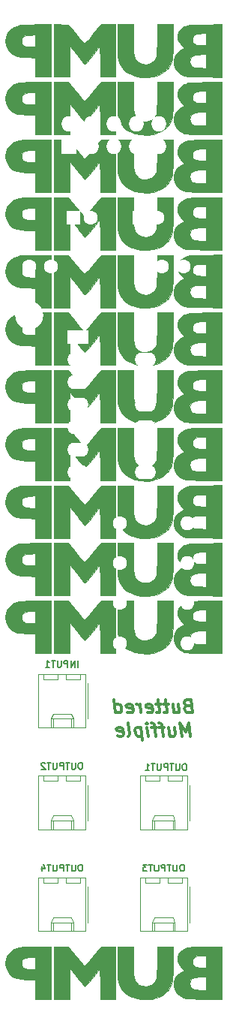
<source format=gbr>
%TF.GenerationSoftware,KiCad,Pcbnew,(5.1.8-0-10_14)*%
%TF.CreationDate,2021-08-22T20:49:35-04:00*%
%TF.ProjectId,bump,62756d70-2e6b-4696-9361-645f70636258,rev?*%
%TF.SameCoordinates,Original*%
%TF.FileFunction,Legend,Bot*%
%TF.FilePolarity,Positive*%
%FSLAX46Y46*%
G04 Gerber Fmt 4.6, Leading zero omitted, Abs format (unit mm)*
G04 Created by KiCad (PCBNEW (5.1.8-0-10_14)) date 2021-08-22 20:49:35*
%MOMM*%
%LPD*%
G01*
G04 APERTURE LIST*
%ADD10C,0.375000*%
%ADD11C,0.010000*%
%ADD12C,0.120000*%
%ADD13C,0.150000*%
%ADD14C,1.600000*%
%ADD15R,1.600000X1.600000*%
%ADD16C,3.200000*%
%ADD17O,1.740000X2.200000*%
%ADD18R,1.727200X1.727200*%
%ADD19O,1.727200X1.727200*%
%ADD20O,1.600000X1.600000*%
%ADD21R,2.400000X1.600000*%
%ADD22O,2.400000X1.600000*%
G04 APERTURE END LIST*
D10*
X70921093Y-121080357D02*
X70715736Y-121151785D01*
X70653236Y-121223214D01*
X70599665Y-121366071D01*
X70626450Y-121580357D01*
X70715736Y-121723214D01*
X70796093Y-121794642D01*
X70947879Y-121866071D01*
X71519308Y-121866071D01*
X71331808Y-120366071D01*
X70831808Y-120366071D01*
X70697879Y-120437500D01*
X70635379Y-120508928D01*
X70581808Y-120651785D01*
X70599665Y-120794642D01*
X70688950Y-120937500D01*
X70769308Y-121008928D01*
X70921093Y-121080357D01*
X71421093Y-121080357D01*
X69251450Y-120866071D02*
X69376450Y-121866071D01*
X69894308Y-120866071D02*
X69992522Y-121651785D01*
X69938950Y-121794642D01*
X69805022Y-121866071D01*
X69590736Y-121866071D01*
X69438950Y-121794642D01*
X69358593Y-121723214D01*
X68751450Y-120866071D02*
X68180022Y-120866071D01*
X68474665Y-120366071D02*
X68635379Y-121651785D01*
X68581808Y-121794642D01*
X68447879Y-121866071D01*
X68305022Y-121866071D01*
X67894308Y-120866071D02*
X67322879Y-120866071D01*
X67617522Y-120366071D02*
X67778236Y-121651785D01*
X67724665Y-121794642D01*
X67590736Y-121866071D01*
X67447879Y-121866071D01*
X66367522Y-121794642D02*
X66519308Y-121866071D01*
X66805022Y-121866071D01*
X66938950Y-121794642D01*
X66992522Y-121651785D01*
X66921093Y-121080357D01*
X66831808Y-120937500D01*
X66680022Y-120866071D01*
X66394308Y-120866071D01*
X66260379Y-120937500D01*
X66206808Y-121080357D01*
X66224665Y-121223214D01*
X66956808Y-121366071D01*
X65662165Y-121866071D02*
X65537165Y-120866071D01*
X65572879Y-121151785D02*
X65483593Y-121008928D01*
X65403236Y-120937500D01*
X65251450Y-120866071D01*
X65108593Y-120866071D01*
X64153236Y-121794642D02*
X64305022Y-121866071D01*
X64590736Y-121866071D01*
X64724665Y-121794642D01*
X64778236Y-121651785D01*
X64706808Y-121080357D01*
X64617522Y-120937500D01*
X64465736Y-120866071D01*
X64180022Y-120866071D01*
X64046093Y-120937500D01*
X63992522Y-121080357D01*
X64010379Y-121223214D01*
X64742522Y-121366071D01*
X62805022Y-121866071D02*
X62617522Y-120366071D01*
X62796093Y-121794642D02*
X62947879Y-121866071D01*
X63233593Y-121866071D01*
X63367522Y-121794642D01*
X63430022Y-121723214D01*
X63483593Y-121580357D01*
X63430022Y-121151785D01*
X63340736Y-121008928D01*
X63260379Y-120937500D01*
X63108593Y-120866071D01*
X62822879Y-120866071D01*
X62688950Y-120937500D01*
X71269308Y-124491071D02*
X71081808Y-122991071D01*
X70715736Y-124062500D01*
X70081808Y-122991071D01*
X70269308Y-124491071D01*
X68787165Y-123491071D02*
X68912165Y-124491071D01*
X69430022Y-123491071D02*
X69528236Y-124276785D01*
X69474665Y-124419642D01*
X69340736Y-124491071D01*
X69126450Y-124491071D01*
X68974665Y-124419642D01*
X68894308Y-124348214D01*
X68287165Y-123491071D02*
X67715736Y-123491071D01*
X68197879Y-124491071D02*
X68037165Y-123205357D01*
X67947879Y-123062500D01*
X67796093Y-122991071D01*
X67653236Y-122991071D01*
X67430022Y-123491071D02*
X66858593Y-123491071D01*
X67340736Y-124491071D02*
X67180022Y-123205357D01*
X67090736Y-123062500D01*
X66938950Y-122991071D01*
X66796093Y-122991071D01*
X66483593Y-124491071D02*
X66358593Y-123491071D01*
X66296093Y-122991071D02*
X66376450Y-123062500D01*
X66313950Y-123133928D01*
X66233593Y-123062500D01*
X66296093Y-122991071D01*
X66313950Y-123133928D01*
X65644308Y-123491071D02*
X65831808Y-124991071D01*
X65653236Y-123562500D02*
X65501450Y-123491071D01*
X65215736Y-123491071D01*
X65081808Y-123562500D01*
X65019308Y-123633928D01*
X64965736Y-123776785D01*
X65019308Y-124205357D01*
X65108593Y-124348214D01*
X65188950Y-124419642D01*
X65340736Y-124491071D01*
X65626450Y-124491071D01*
X65760379Y-124419642D01*
X64197879Y-124491071D02*
X64331808Y-124419642D01*
X64385379Y-124276785D01*
X64224665Y-122991071D01*
X63046093Y-124419642D02*
X63197879Y-124491071D01*
X63483593Y-124491071D01*
X63617522Y-124419642D01*
X63671093Y-124276785D01*
X63599665Y-123705357D01*
X63510379Y-123562500D01*
X63358593Y-123491071D01*
X63072879Y-123491071D01*
X62938950Y-123562500D01*
X62885379Y-123705357D01*
X62903236Y-123848214D01*
X63635379Y-123991071D01*
D11*
%TO.C,G\u002A\u002A\u002A*%
G36*
X67480190Y-46023833D02*
G01*
X67470175Y-46624313D01*
X67458972Y-47080575D01*
X67443971Y-47417726D01*
X67422563Y-47660876D01*
X67392140Y-47835132D01*
X67350091Y-47965604D01*
X67293809Y-48077399D01*
X67261166Y-48131486D01*
X66977191Y-48444595D01*
X66614025Y-48638648D01*
X66208984Y-48714674D01*
X65799383Y-48673700D01*
X65422539Y-48516755D01*
X65115768Y-48244866D01*
X65001942Y-48069242D01*
X64942677Y-47941923D01*
X64897761Y-47799144D01*
X64864723Y-47615051D01*
X64841091Y-47363792D01*
X64824396Y-47019513D01*
X64812166Y-46556362D01*
X64802415Y-45981500D01*
X64776496Y-44224667D01*
X63008000Y-44224667D01*
X63008000Y-46071966D01*
X63012018Y-46793156D01*
X63026823Y-47370089D01*
X63056542Y-47827712D01*
X63105302Y-48190971D01*
X63177230Y-48484810D01*
X63276455Y-48734177D01*
X63407103Y-48964017D01*
X63511596Y-49115817D01*
X63888032Y-49500818D01*
X64388461Y-49811242D01*
X64980749Y-50038071D01*
X65632762Y-50172285D01*
X66312365Y-50204866D01*
X66987424Y-50126795D01*
X67058742Y-50111355D01*
X67672773Y-49913484D01*
X68212036Y-49624693D01*
X68637670Y-49267311D01*
X68741997Y-49144104D01*
X68902853Y-48916229D01*
X69028202Y-48684290D01*
X69122300Y-48423669D01*
X69189406Y-48109748D01*
X69233776Y-47717910D01*
X69259669Y-47223537D01*
X69271343Y-46602011D01*
X69273334Y-46071966D01*
X69273334Y-44224667D01*
X67507380Y-44224667D01*
X67480190Y-46023833D01*
G37*
X67480190Y-46023833D02*
X67470175Y-46624313D01*
X67458972Y-47080575D01*
X67443971Y-47417726D01*
X67422563Y-47660876D01*
X67392140Y-47835132D01*
X67350091Y-47965604D01*
X67293809Y-48077399D01*
X67261166Y-48131486D01*
X66977191Y-48444595D01*
X66614025Y-48638648D01*
X66208984Y-48714674D01*
X65799383Y-48673700D01*
X65422539Y-48516755D01*
X65115768Y-48244866D01*
X65001942Y-48069242D01*
X64942677Y-47941923D01*
X64897761Y-47799144D01*
X64864723Y-47615051D01*
X64841091Y-47363792D01*
X64824396Y-47019513D01*
X64812166Y-46556362D01*
X64802415Y-45981500D01*
X64776496Y-44224667D01*
X63008000Y-44224667D01*
X63008000Y-46071966D01*
X63012018Y-46793156D01*
X63026823Y-47370089D01*
X63056542Y-47827712D01*
X63105302Y-48190971D01*
X63177230Y-48484810D01*
X63276455Y-48734177D01*
X63407103Y-48964017D01*
X63511596Y-49115817D01*
X63888032Y-49500818D01*
X64388461Y-49811242D01*
X64980749Y-50038071D01*
X65632762Y-50172285D01*
X66312365Y-50204866D01*
X66987424Y-50126795D01*
X67058742Y-50111355D01*
X67672773Y-49913484D01*
X68212036Y-49624693D01*
X68637670Y-49267311D01*
X68741997Y-49144104D01*
X68902853Y-48916229D01*
X69028202Y-48684290D01*
X69122300Y-48423669D01*
X69189406Y-48109748D01*
X69233776Y-47717910D01*
X69259669Y-47223537D01*
X69271343Y-46602011D01*
X69273334Y-46071966D01*
X69273334Y-44224667D01*
X67507380Y-44224667D01*
X67480190Y-46023833D01*
G36*
X72892834Y-44237669D02*
G01*
X72277628Y-44248021D01*
X71806066Y-44259205D01*
X71452471Y-44273904D01*
X71191163Y-44294799D01*
X70996465Y-44324574D01*
X70842697Y-44365910D01*
X70704181Y-44421491D01*
X70585790Y-44478667D01*
X70175970Y-44762052D01*
X69910153Y-45114799D01*
X69791606Y-45512099D01*
X69823600Y-45929140D01*
X70009404Y-46341115D01*
X70296470Y-46674056D01*
X70565130Y-46919439D01*
X70223568Y-47093691D01*
X69823462Y-47381396D01*
X69549004Y-47751791D01*
X69399773Y-48174513D01*
X69375349Y-48619200D01*
X69475309Y-49055490D01*
X69699234Y-49453022D01*
X70046702Y-49781434D01*
X70262581Y-49908243D01*
X70398169Y-49971355D01*
X70532391Y-50020094D01*
X70689310Y-50056697D01*
X70892994Y-50083397D01*
X71167505Y-50102430D01*
X71536910Y-50116030D01*
X72025274Y-50126433D01*
X72656662Y-50135872D01*
X72723500Y-50136780D01*
X74776667Y-50164560D01*
X74776667Y-47611333D01*
X72998667Y-47611333D01*
X72998667Y-49152710D01*
X72271668Y-49122853D01*
X71912732Y-49103984D01*
X71679254Y-49074816D01*
X71527373Y-49022755D01*
X71413232Y-48935209D01*
X71340335Y-48855444D01*
X71201935Y-48638027D01*
X71136741Y-48424352D01*
X71136000Y-48405379D01*
X71201063Y-48075206D01*
X71399385Y-47835486D01*
X71735670Y-47683271D01*
X72214620Y-47615610D01*
X72401796Y-47611333D01*
X72998667Y-47611333D01*
X74776667Y-47611333D01*
X74776667Y-45240667D01*
X72998667Y-45240667D01*
X72998667Y-46595333D01*
X72538512Y-46595333D01*
X72227672Y-46578564D01*
X71949238Y-46535847D01*
X71841735Y-46505370D01*
X71619628Y-46389019D01*
X71509546Y-46223536D01*
X71477485Y-45954120D01*
X71477260Y-45918000D01*
X71494542Y-45688705D01*
X71536608Y-45529089D01*
X71541187Y-45521130D01*
X71715507Y-45384988D01*
X72019759Y-45288849D01*
X72417162Y-45243058D01*
X72538512Y-45240667D01*
X72998667Y-45240667D01*
X74776667Y-45240667D01*
X74776667Y-44208337D01*
X72892834Y-44237669D01*
G37*
X72892834Y-44237669D02*
X72277628Y-44248021D01*
X71806066Y-44259205D01*
X71452471Y-44273904D01*
X71191163Y-44294799D01*
X70996465Y-44324574D01*
X70842697Y-44365910D01*
X70704181Y-44421491D01*
X70585790Y-44478667D01*
X70175970Y-44762052D01*
X69910153Y-45114799D01*
X69791606Y-45512099D01*
X69823600Y-45929140D01*
X70009404Y-46341115D01*
X70296470Y-46674056D01*
X70565130Y-46919439D01*
X70223568Y-47093691D01*
X69823462Y-47381396D01*
X69549004Y-47751791D01*
X69399773Y-48174513D01*
X69375349Y-48619200D01*
X69475309Y-49055490D01*
X69699234Y-49453022D01*
X70046702Y-49781434D01*
X70262581Y-49908243D01*
X70398169Y-49971355D01*
X70532391Y-50020094D01*
X70689310Y-50056697D01*
X70892994Y-50083397D01*
X71167505Y-50102430D01*
X71536910Y-50116030D01*
X72025274Y-50126433D01*
X72656662Y-50135872D01*
X72723500Y-50136780D01*
X74776667Y-50164560D01*
X74776667Y-47611333D01*
X72998667Y-47611333D01*
X72998667Y-49152710D01*
X72271668Y-49122853D01*
X71912732Y-49103984D01*
X71679254Y-49074816D01*
X71527373Y-49022755D01*
X71413232Y-48935209D01*
X71340335Y-48855444D01*
X71201935Y-48638027D01*
X71136741Y-48424352D01*
X71136000Y-48405379D01*
X71201063Y-48075206D01*
X71399385Y-47835486D01*
X71735670Y-47683271D01*
X72214620Y-47615610D01*
X72401796Y-47611333D01*
X72998667Y-47611333D01*
X74776667Y-47611333D01*
X74776667Y-45240667D01*
X72998667Y-45240667D01*
X72998667Y-46595333D01*
X72538512Y-46595333D01*
X72227672Y-46578564D01*
X71949238Y-46535847D01*
X71841735Y-46505370D01*
X71619628Y-46389019D01*
X71509546Y-46223536D01*
X71477485Y-45954120D01*
X71477260Y-45918000D01*
X71494542Y-45688705D01*
X71536608Y-45529089D01*
X71541187Y-45521130D01*
X71715507Y-45384988D01*
X72019759Y-45288849D01*
X72417162Y-45243058D01*
X72538512Y-45240667D01*
X72998667Y-45240667D01*
X74776667Y-45240667D01*
X74776667Y-44208337D01*
X72892834Y-44237669D01*
G36*
X60245981Y-45322250D02*
G01*
X59882209Y-45753033D01*
X59608888Y-46058464D01*
X59415453Y-46249091D01*
X59291340Y-46335465D01*
X59232157Y-46334547D01*
X59144611Y-46242009D01*
X58971207Y-46043291D01*
X58733240Y-45763326D01*
X58452010Y-45427051D01*
X58295863Y-45238357D01*
X57462334Y-44227455D01*
X55811334Y-44224667D01*
X55811334Y-50151333D01*
X57585898Y-50151333D01*
X57608783Y-48394571D01*
X57631667Y-46637809D01*
X58436000Y-47670807D01*
X58718316Y-48026709D01*
X58968521Y-48329640D01*
X59166780Y-48556545D01*
X59293258Y-48684370D01*
X59325000Y-48704088D01*
X59404112Y-48640925D01*
X59566426Y-48466580D01*
X59791889Y-48204076D01*
X60060443Y-47876438D01*
X60214000Y-47683482D01*
X61018334Y-46662591D01*
X61041218Y-48406962D01*
X61064103Y-50151333D01*
X62754000Y-50151333D01*
X62754000Y-44224667D01*
X61157042Y-44224667D01*
X60245981Y-45322250D01*
G37*
X60245981Y-45322250D02*
X59882209Y-45753033D01*
X59608888Y-46058464D01*
X59415453Y-46249091D01*
X59291340Y-46335465D01*
X59232157Y-46334547D01*
X59144611Y-46242009D01*
X58971207Y-46043291D01*
X58733240Y-45763326D01*
X58452010Y-45427051D01*
X58295863Y-45238357D01*
X57462334Y-44227455D01*
X55811334Y-44224667D01*
X55811334Y-50151333D01*
X57585898Y-50151333D01*
X57608783Y-48394571D01*
X57631667Y-46637809D01*
X58436000Y-47670807D01*
X58718316Y-48026709D01*
X58968521Y-48329640D01*
X59166780Y-48556545D01*
X59293258Y-48684370D01*
X59325000Y-48704088D01*
X59404112Y-48640925D01*
X59566426Y-48466580D01*
X59791889Y-48204076D01*
X60060443Y-47876438D01*
X60214000Y-47683482D01*
X61018334Y-46662591D01*
X61041218Y-48406962D01*
X61064103Y-50151333D01*
X62754000Y-50151333D01*
X62754000Y-44224667D01*
X61157042Y-44224667D01*
X60245981Y-45322250D01*
G36*
X53330999Y-44229485D02*
G01*
X52822381Y-44242865D01*
X52378337Y-44263195D01*
X52034887Y-44288862D01*
X51840455Y-44315429D01*
X51329807Y-44500072D01*
X50915498Y-44797921D01*
X50607178Y-45182327D01*
X50414495Y-45626639D01*
X50347101Y-46104206D01*
X50414643Y-46588377D01*
X50626772Y-47052502D01*
X50776734Y-47253302D01*
X51029721Y-47503493D01*
X51316965Y-47684828D01*
X51671509Y-47808698D01*
X52126397Y-47886493D01*
X52714672Y-47929603D01*
X52742167Y-47930797D01*
X53694667Y-47971308D01*
X53694667Y-50151333D01*
X55472667Y-50151333D01*
X55472667Y-46764667D01*
X53694667Y-46764667D01*
X53181101Y-46764667D01*
X52871659Y-46748886D01*
X52607695Y-46708126D01*
X52482601Y-46667325D01*
X52289316Y-46533783D01*
X52196744Y-46359663D01*
X52171980Y-46082673D01*
X52171964Y-46079289D01*
X52212845Y-45801774D01*
X52352032Y-45610814D01*
X52610177Y-45491957D01*
X53007932Y-45430747D01*
X53108220Y-45424028D01*
X53694667Y-45390891D01*
X53694667Y-46764667D01*
X55472667Y-46764667D01*
X55472667Y-44224667D01*
X53868168Y-44224667D01*
X53330999Y-44229485D01*
G37*
X53330999Y-44229485D02*
X52822381Y-44242865D01*
X52378337Y-44263195D01*
X52034887Y-44288862D01*
X51840455Y-44315429D01*
X51329807Y-44500072D01*
X50915498Y-44797921D01*
X50607178Y-45182327D01*
X50414495Y-45626639D01*
X50347101Y-46104206D01*
X50414643Y-46588377D01*
X50626772Y-47052502D01*
X50776734Y-47253302D01*
X51029721Y-47503493D01*
X51316965Y-47684828D01*
X51671509Y-47808698D01*
X52126397Y-47886493D01*
X52714672Y-47929603D01*
X52742167Y-47930797D01*
X53694667Y-47971308D01*
X53694667Y-50151333D01*
X55472667Y-50151333D01*
X55472667Y-46764667D01*
X53694667Y-46764667D01*
X53181101Y-46764667D01*
X52871659Y-46748886D01*
X52607695Y-46708126D01*
X52482601Y-46667325D01*
X52289316Y-46533783D01*
X52196744Y-46359663D01*
X52171980Y-46082673D01*
X52171964Y-46079289D01*
X52212845Y-45801774D01*
X52352032Y-45610814D01*
X52610177Y-45491957D01*
X53007932Y-45430747D01*
X53108220Y-45424028D01*
X53694667Y-45390891D01*
X53694667Y-46764667D01*
X55472667Y-46764667D01*
X55472667Y-44224667D01*
X53868168Y-44224667D01*
X53330999Y-44229485D01*
G36*
X67480190Y-150023833D02*
G01*
X67470175Y-150624313D01*
X67458972Y-151080575D01*
X67443971Y-151417726D01*
X67422563Y-151660876D01*
X67392140Y-151835132D01*
X67350091Y-151965604D01*
X67293809Y-152077399D01*
X67261166Y-152131486D01*
X66977191Y-152444595D01*
X66614025Y-152638648D01*
X66208984Y-152714674D01*
X65799383Y-152673700D01*
X65422539Y-152516755D01*
X65115768Y-152244866D01*
X65001942Y-152069242D01*
X64942677Y-151941923D01*
X64897761Y-151799144D01*
X64864723Y-151615051D01*
X64841091Y-151363792D01*
X64824396Y-151019513D01*
X64812166Y-150556362D01*
X64802415Y-149981500D01*
X64776496Y-148224667D01*
X63008000Y-148224667D01*
X63008000Y-150071966D01*
X63012018Y-150793156D01*
X63026823Y-151370089D01*
X63056542Y-151827712D01*
X63105302Y-152190971D01*
X63177230Y-152484810D01*
X63276455Y-152734177D01*
X63407103Y-152964017D01*
X63511596Y-153115817D01*
X63888032Y-153500818D01*
X64388461Y-153811242D01*
X64980749Y-154038071D01*
X65632762Y-154172285D01*
X66312365Y-154204866D01*
X66987424Y-154126795D01*
X67058742Y-154111355D01*
X67672773Y-153913484D01*
X68212036Y-153624693D01*
X68637670Y-153267311D01*
X68741997Y-153144104D01*
X68902853Y-152916229D01*
X69028202Y-152684290D01*
X69122300Y-152423669D01*
X69189406Y-152109748D01*
X69233776Y-151717910D01*
X69259669Y-151223537D01*
X69271343Y-150602011D01*
X69273334Y-150071966D01*
X69273334Y-148224667D01*
X67507380Y-148224667D01*
X67480190Y-150023833D01*
G37*
X67480190Y-150023833D02*
X67470175Y-150624313D01*
X67458972Y-151080575D01*
X67443971Y-151417726D01*
X67422563Y-151660876D01*
X67392140Y-151835132D01*
X67350091Y-151965604D01*
X67293809Y-152077399D01*
X67261166Y-152131486D01*
X66977191Y-152444595D01*
X66614025Y-152638648D01*
X66208984Y-152714674D01*
X65799383Y-152673700D01*
X65422539Y-152516755D01*
X65115768Y-152244866D01*
X65001942Y-152069242D01*
X64942677Y-151941923D01*
X64897761Y-151799144D01*
X64864723Y-151615051D01*
X64841091Y-151363792D01*
X64824396Y-151019513D01*
X64812166Y-150556362D01*
X64802415Y-149981500D01*
X64776496Y-148224667D01*
X63008000Y-148224667D01*
X63008000Y-150071966D01*
X63012018Y-150793156D01*
X63026823Y-151370089D01*
X63056542Y-151827712D01*
X63105302Y-152190971D01*
X63177230Y-152484810D01*
X63276455Y-152734177D01*
X63407103Y-152964017D01*
X63511596Y-153115817D01*
X63888032Y-153500818D01*
X64388461Y-153811242D01*
X64980749Y-154038071D01*
X65632762Y-154172285D01*
X66312365Y-154204866D01*
X66987424Y-154126795D01*
X67058742Y-154111355D01*
X67672773Y-153913484D01*
X68212036Y-153624693D01*
X68637670Y-153267311D01*
X68741997Y-153144104D01*
X68902853Y-152916229D01*
X69028202Y-152684290D01*
X69122300Y-152423669D01*
X69189406Y-152109748D01*
X69233776Y-151717910D01*
X69259669Y-151223537D01*
X69271343Y-150602011D01*
X69273334Y-150071966D01*
X69273334Y-148224667D01*
X67507380Y-148224667D01*
X67480190Y-150023833D01*
G36*
X72892834Y-148237669D02*
G01*
X72277628Y-148248021D01*
X71806066Y-148259205D01*
X71452471Y-148273904D01*
X71191163Y-148294799D01*
X70996465Y-148324574D01*
X70842697Y-148365910D01*
X70704181Y-148421491D01*
X70585790Y-148478667D01*
X70175970Y-148762052D01*
X69910153Y-149114799D01*
X69791606Y-149512099D01*
X69823600Y-149929140D01*
X70009404Y-150341115D01*
X70296470Y-150674056D01*
X70565130Y-150919439D01*
X70223568Y-151093691D01*
X69823462Y-151381396D01*
X69549004Y-151751791D01*
X69399773Y-152174513D01*
X69375349Y-152619200D01*
X69475309Y-153055490D01*
X69699234Y-153453022D01*
X70046702Y-153781434D01*
X70262581Y-153908243D01*
X70398169Y-153971355D01*
X70532391Y-154020094D01*
X70689310Y-154056697D01*
X70892994Y-154083397D01*
X71167505Y-154102430D01*
X71536910Y-154116030D01*
X72025274Y-154126433D01*
X72656662Y-154135872D01*
X72723500Y-154136780D01*
X74776667Y-154164560D01*
X74776667Y-151611333D01*
X72998667Y-151611333D01*
X72998667Y-153152710D01*
X72271668Y-153122853D01*
X71912732Y-153103984D01*
X71679254Y-153074816D01*
X71527373Y-153022755D01*
X71413232Y-152935209D01*
X71340335Y-152855444D01*
X71201935Y-152638027D01*
X71136741Y-152424352D01*
X71136000Y-152405379D01*
X71201063Y-152075206D01*
X71399385Y-151835486D01*
X71735670Y-151683271D01*
X72214620Y-151615610D01*
X72401796Y-151611333D01*
X72998667Y-151611333D01*
X74776667Y-151611333D01*
X74776667Y-149240667D01*
X72998667Y-149240667D01*
X72998667Y-150595333D01*
X72538512Y-150595333D01*
X72227672Y-150578564D01*
X71949238Y-150535847D01*
X71841735Y-150505370D01*
X71619628Y-150389019D01*
X71509546Y-150223536D01*
X71477485Y-149954120D01*
X71477260Y-149918000D01*
X71494542Y-149688705D01*
X71536608Y-149529089D01*
X71541187Y-149521130D01*
X71715507Y-149384988D01*
X72019759Y-149288849D01*
X72417162Y-149243058D01*
X72538512Y-149240667D01*
X72998667Y-149240667D01*
X74776667Y-149240667D01*
X74776667Y-148208337D01*
X72892834Y-148237669D01*
G37*
X72892834Y-148237669D02*
X72277628Y-148248021D01*
X71806066Y-148259205D01*
X71452471Y-148273904D01*
X71191163Y-148294799D01*
X70996465Y-148324574D01*
X70842697Y-148365910D01*
X70704181Y-148421491D01*
X70585790Y-148478667D01*
X70175970Y-148762052D01*
X69910153Y-149114799D01*
X69791606Y-149512099D01*
X69823600Y-149929140D01*
X70009404Y-150341115D01*
X70296470Y-150674056D01*
X70565130Y-150919439D01*
X70223568Y-151093691D01*
X69823462Y-151381396D01*
X69549004Y-151751791D01*
X69399773Y-152174513D01*
X69375349Y-152619200D01*
X69475309Y-153055490D01*
X69699234Y-153453022D01*
X70046702Y-153781434D01*
X70262581Y-153908243D01*
X70398169Y-153971355D01*
X70532391Y-154020094D01*
X70689310Y-154056697D01*
X70892994Y-154083397D01*
X71167505Y-154102430D01*
X71536910Y-154116030D01*
X72025274Y-154126433D01*
X72656662Y-154135872D01*
X72723500Y-154136780D01*
X74776667Y-154164560D01*
X74776667Y-151611333D01*
X72998667Y-151611333D01*
X72998667Y-153152710D01*
X72271668Y-153122853D01*
X71912732Y-153103984D01*
X71679254Y-153074816D01*
X71527373Y-153022755D01*
X71413232Y-152935209D01*
X71340335Y-152855444D01*
X71201935Y-152638027D01*
X71136741Y-152424352D01*
X71136000Y-152405379D01*
X71201063Y-152075206D01*
X71399385Y-151835486D01*
X71735670Y-151683271D01*
X72214620Y-151615610D01*
X72401796Y-151611333D01*
X72998667Y-151611333D01*
X74776667Y-151611333D01*
X74776667Y-149240667D01*
X72998667Y-149240667D01*
X72998667Y-150595333D01*
X72538512Y-150595333D01*
X72227672Y-150578564D01*
X71949238Y-150535847D01*
X71841735Y-150505370D01*
X71619628Y-150389019D01*
X71509546Y-150223536D01*
X71477485Y-149954120D01*
X71477260Y-149918000D01*
X71494542Y-149688705D01*
X71536608Y-149529089D01*
X71541187Y-149521130D01*
X71715507Y-149384988D01*
X72019759Y-149288849D01*
X72417162Y-149243058D01*
X72538512Y-149240667D01*
X72998667Y-149240667D01*
X74776667Y-149240667D01*
X74776667Y-148208337D01*
X72892834Y-148237669D01*
G36*
X60245981Y-149322250D02*
G01*
X59882209Y-149753033D01*
X59608888Y-150058464D01*
X59415453Y-150249091D01*
X59291340Y-150335465D01*
X59232157Y-150334547D01*
X59144611Y-150242009D01*
X58971207Y-150043291D01*
X58733240Y-149763326D01*
X58452010Y-149427051D01*
X58295863Y-149238357D01*
X57462334Y-148227455D01*
X55811334Y-148224667D01*
X55811334Y-154151333D01*
X57585898Y-154151333D01*
X57608783Y-152394571D01*
X57631667Y-150637809D01*
X58436000Y-151670807D01*
X58718316Y-152026709D01*
X58968521Y-152329640D01*
X59166780Y-152556545D01*
X59293258Y-152684370D01*
X59325000Y-152704088D01*
X59404112Y-152640925D01*
X59566426Y-152466580D01*
X59791889Y-152204076D01*
X60060443Y-151876438D01*
X60214000Y-151683482D01*
X61018334Y-150662591D01*
X61041218Y-152406962D01*
X61064103Y-154151333D01*
X62754000Y-154151333D01*
X62754000Y-148224667D01*
X61157042Y-148224667D01*
X60245981Y-149322250D01*
G37*
X60245981Y-149322250D02*
X59882209Y-149753033D01*
X59608888Y-150058464D01*
X59415453Y-150249091D01*
X59291340Y-150335465D01*
X59232157Y-150334547D01*
X59144611Y-150242009D01*
X58971207Y-150043291D01*
X58733240Y-149763326D01*
X58452010Y-149427051D01*
X58295863Y-149238357D01*
X57462334Y-148227455D01*
X55811334Y-148224667D01*
X55811334Y-154151333D01*
X57585898Y-154151333D01*
X57608783Y-152394571D01*
X57631667Y-150637809D01*
X58436000Y-151670807D01*
X58718316Y-152026709D01*
X58968521Y-152329640D01*
X59166780Y-152556545D01*
X59293258Y-152684370D01*
X59325000Y-152704088D01*
X59404112Y-152640925D01*
X59566426Y-152466580D01*
X59791889Y-152204076D01*
X60060443Y-151876438D01*
X60214000Y-151683482D01*
X61018334Y-150662591D01*
X61041218Y-152406962D01*
X61064103Y-154151333D01*
X62754000Y-154151333D01*
X62754000Y-148224667D01*
X61157042Y-148224667D01*
X60245981Y-149322250D01*
G36*
X53330999Y-148229485D02*
G01*
X52822381Y-148242865D01*
X52378337Y-148263195D01*
X52034887Y-148288862D01*
X51840455Y-148315429D01*
X51329807Y-148500072D01*
X50915498Y-148797921D01*
X50607178Y-149182327D01*
X50414495Y-149626639D01*
X50347101Y-150104206D01*
X50414643Y-150588377D01*
X50626772Y-151052502D01*
X50776734Y-151253302D01*
X51029721Y-151503493D01*
X51316965Y-151684828D01*
X51671509Y-151808698D01*
X52126397Y-151886493D01*
X52714672Y-151929603D01*
X52742167Y-151930797D01*
X53694667Y-151971308D01*
X53694667Y-154151333D01*
X55472667Y-154151333D01*
X55472667Y-150764667D01*
X53694667Y-150764667D01*
X53181101Y-150764667D01*
X52871659Y-150748886D01*
X52607695Y-150708126D01*
X52482601Y-150667325D01*
X52289316Y-150533783D01*
X52196744Y-150359663D01*
X52171980Y-150082673D01*
X52171964Y-150079289D01*
X52212845Y-149801774D01*
X52352032Y-149610814D01*
X52610177Y-149491957D01*
X53007932Y-149430747D01*
X53108220Y-149424028D01*
X53694667Y-149390891D01*
X53694667Y-150764667D01*
X55472667Y-150764667D01*
X55472667Y-148224667D01*
X53868168Y-148224667D01*
X53330999Y-148229485D01*
G37*
X53330999Y-148229485D02*
X52822381Y-148242865D01*
X52378337Y-148263195D01*
X52034887Y-148288862D01*
X51840455Y-148315429D01*
X51329807Y-148500072D01*
X50915498Y-148797921D01*
X50607178Y-149182327D01*
X50414495Y-149626639D01*
X50347101Y-150104206D01*
X50414643Y-150588377D01*
X50626772Y-151052502D01*
X50776734Y-151253302D01*
X51029721Y-151503493D01*
X51316965Y-151684828D01*
X51671509Y-151808698D01*
X52126397Y-151886493D01*
X52714672Y-151929603D01*
X52742167Y-151930797D01*
X53694667Y-151971308D01*
X53694667Y-154151333D01*
X55472667Y-154151333D01*
X55472667Y-150764667D01*
X53694667Y-150764667D01*
X53181101Y-150764667D01*
X52871659Y-150748886D01*
X52607695Y-150708126D01*
X52482601Y-150667325D01*
X52289316Y-150533783D01*
X52196744Y-150359663D01*
X52171980Y-150082673D01*
X52171964Y-150079289D01*
X52212845Y-149801774D01*
X52352032Y-149610814D01*
X52610177Y-149491957D01*
X53007932Y-149430747D01*
X53108220Y-149424028D01*
X53694667Y-149390891D01*
X53694667Y-150764667D01*
X55472667Y-150764667D01*
X55472667Y-148224667D01*
X53868168Y-148224667D01*
X53330999Y-148229485D01*
G36*
X67480190Y-111023833D02*
G01*
X67470175Y-111624313D01*
X67458972Y-112080575D01*
X67443971Y-112417726D01*
X67422563Y-112660876D01*
X67392140Y-112835132D01*
X67350091Y-112965604D01*
X67293809Y-113077399D01*
X67261166Y-113131486D01*
X66977191Y-113444595D01*
X66614025Y-113638648D01*
X66208984Y-113714674D01*
X65799383Y-113673700D01*
X65422539Y-113516755D01*
X65115768Y-113244866D01*
X65001942Y-113069242D01*
X64942677Y-112941923D01*
X64897761Y-112799144D01*
X64864723Y-112615051D01*
X64841091Y-112363792D01*
X64824396Y-112019513D01*
X64812166Y-111556362D01*
X64802415Y-110981500D01*
X64776496Y-109224667D01*
X63008000Y-109224667D01*
X63008000Y-111071966D01*
X63012018Y-111793156D01*
X63026823Y-112370089D01*
X63056542Y-112827712D01*
X63105302Y-113190971D01*
X63177230Y-113484810D01*
X63276455Y-113734177D01*
X63407103Y-113964017D01*
X63511596Y-114115817D01*
X63888032Y-114500818D01*
X64388461Y-114811242D01*
X64980749Y-115038071D01*
X65632762Y-115172285D01*
X66312365Y-115204866D01*
X66987424Y-115126795D01*
X67058742Y-115111355D01*
X67672773Y-114913484D01*
X68212036Y-114624693D01*
X68637670Y-114267311D01*
X68741997Y-114144104D01*
X68902853Y-113916229D01*
X69028202Y-113684290D01*
X69122300Y-113423669D01*
X69189406Y-113109748D01*
X69233776Y-112717910D01*
X69259669Y-112223537D01*
X69271343Y-111602011D01*
X69273334Y-111071966D01*
X69273334Y-109224667D01*
X67507380Y-109224667D01*
X67480190Y-111023833D01*
G37*
X67480190Y-111023833D02*
X67470175Y-111624313D01*
X67458972Y-112080575D01*
X67443971Y-112417726D01*
X67422563Y-112660876D01*
X67392140Y-112835132D01*
X67350091Y-112965604D01*
X67293809Y-113077399D01*
X67261166Y-113131486D01*
X66977191Y-113444595D01*
X66614025Y-113638648D01*
X66208984Y-113714674D01*
X65799383Y-113673700D01*
X65422539Y-113516755D01*
X65115768Y-113244866D01*
X65001942Y-113069242D01*
X64942677Y-112941923D01*
X64897761Y-112799144D01*
X64864723Y-112615051D01*
X64841091Y-112363792D01*
X64824396Y-112019513D01*
X64812166Y-111556362D01*
X64802415Y-110981500D01*
X64776496Y-109224667D01*
X63008000Y-109224667D01*
X63008000Y-111071966D01*
X63012018Y-111793156D01*
X63026823Y-112370089D01*
X63056542Y-112827712D01*
X63105302Y-113190971D01*
X63177230Y-113484810D01*
X63276455Y-113734177D01*
X63407103Y-113964017D01*
X63511596Y-114115817D01*
X63888032Y-114500818D01*
X64388461Y-114811242D01*
X64980749Y-115038071D01*
X65632762Y-115172285D01*
X66312365Y-115204866D01*
X66987424Y-115126795D01*
X67058742Y-115111355D01*
X67672773Y-114913484D01*
X68212036Y-114624693D01*
X68637670Y-114267311D01*
X68741997Y-114144104D01*
X68902853Y-113916229D01*
X69028202Y-113684290D01*
X69122300Y-113423669D01*
X69189406Y-113109748D01*
X69233776Y-112717910D01*
X69259669Y-112223537D01*
X69271343Y-111602011D01*
X69273334Y-111071966D01*
X69273334Y-109224667D01*
X67507380Y-109224667D01*
X67480190Y-111023833D01*
G36*
X72892834Y-109237669D02*
G01*
X72277628Y-109248021D01*
X71806066Y-109259205D01*
X71452471Y-109273904D01*
X71191163Y-109294799D01*
X70996465Y-109324574D01*
X70842697Y-109365910D01*
X70704181Y-109421491D01*
X70585790Y-109478667D01*
X70175970Y-109762052D01*
X69910153Y-110114799D01*
X69791606Y-110512099D01*
X69823600Y-110929140D01*
X70009404Y-111341115D01*
X70296470Y-111674056D01*
X70565130Y-111919439D01*
X70223568Y-112093691D01*
X69823462Y-112381396D01*
X69549004Y-112751791D01*
X69399773Y-113174513D01*
X69375349Y-113619200D01*
X69475309Y-114055490D01*
X69699234Y-114453022D01*
X70046702Y-114781434D01*
X70262581Y-114908243D01*
X70398169Y-114971355D01*
X70532391Y-115020094D01*
X70689310Y-115056697D01*
X70892994Y-115083397D01*
X71167505Y-115102430D01*
X71536910Y-115116030D01*
X72025274Y-115126433D01*
X72656662Y-115135872D01*
X72723500Y-115136780D01*
X74776667Y-115164560D01*
X74776667Y-112611333D01*
X72998667Y-112611333D01*
X72998667Y-114152710D01*
X72271668Y-114122853D01*
X71912732Y-114103984D01*
X71679254Y-114074816D01*
X71527373Y-114022755D01*
X71413232Y-113935209D01*
X71340335Y-113855444D01*
X71201935Y-113638027D01*
X71136741Y-113424352D01*
X71136000Y-113405379D01*
X71201063Y-113075206D01*
X71399385Y-112835486D01*
X71735670Y-112683271D01*
X72214620Y-112615610D01*
X72401796Y-112611333D01*
X72998667Y-112611333D01*
X74776667Y-112611333D01*
X74776667Y-110240667D01*
X72998667Y-110240667D01*
X72998667Y-111595333D01*
X72538512Y-111595333D01*
X72227672Y-111578564D01*
X71949238Y-111535847D01*
X71841735Y-111505370D01*
X71619628Y-111389019D01*
X71509546Y-111223536D01*
X71477485Y-110954120D01*
X71477260Y-110918000D01*
X71494542Y-110688705D01*
X71536608Y-110529089D01*
X71541187Y-110521130D01*
X71715507Y-110384988D01*
X72019759Y-110288849D01*
X72417162Y-110243058D01*
X72538512Y-110240667D01*
X72998667Y-110240667D01*
X74776667Y-110240667D01*
X74776667Y-109208337D01*
X72892834Y-109237669D01*
G37*
X72892834Y-109237669D02*
X72277628Y-109248021D01*
X71806066Y-109259205D01*
X71452471Y-109273904D01*
X71191163Y-109294799D01*
X70996465Y-109324574D01*
X70842697Y-109365910D01*
X70704181Y-109421491D01*
X70585790Y-109478667D01*
X70175970Y-109762052D01*
X69910153Y-110114799D01*
X69791606Y-110512099D01*
X69823600Y-110929140D01*
X70009404Y-111341115D01*
X70296470Y-111674056D01*
X70565130Y-111919439D01*
X70223568Y-112093691D01*
X69823462Y-112381396D01*
X69549004Y-112751791D01*
X69399773Y-113174513D01*
X69375349Y-113619200D01*
X69475309Y-114055490D01*
X69699234Y-114453022D01*
X70046702Y-114781434D01*
X70262581Y-114908243D01*
X70398169Y-114971355D01*
X70532391Y-115020094D01*
X70689310Y-115056697D01*
X70892994Y-115083397D01*
X71167505Y-115102430D01*
X71536910Y-115116030D01*
X72025274Y-115126433D01*
X72656662Y-115135872D01*
X72723500Y-115136780D01*
X74776667Y-115164560D01*
X74776667Y-112611333D01*
X72998667Y-112611333D01*
X72998667Y-114152710D01*
X72271668Y-114122853D01*
X71912732Y-114103984D01*
X71679254Y-114074816D01*
X71527373Y-114022755D01*
X71413232Y-113935209D01*
X71340335Y-113855444D01*
X71201935Y-113638027D01*
X71136741Y-113424352D01*
X71136000Y-113405379D01*
X71201063Y-113075206D01*
X71399385Y-112835486D01*
X71735670Y-112683271D01*
X72214620Y-112615610D01*
X72401796Y-112611333D01*
X72998667Y-112611333D01*
X74776667Y-112611333D01*
X74776667Y-110240667D01*
X72998667Y-110240667D01*
X72998667Y-111595333D01*
X72538512Y-111595333D01*
X72227672Y-111578564D01*
X71949238Y-111535847D01*
X71841735Y-111505370D01*
X71619628Y-111389019D01*
X71509546Y-111223536D01*
X71477485Y-110954120D01*
X71477260Y-110918000D01*
X71494542Y-110688705D01*
X71536608Y-110529089D01*
X71541187Y-110521130D01*
X71715507Y-110384988D01*
X72019759Y-110288849D01*
X72417162Y-110243058D01*
X72538512Y-110240667D01*
X72998667Y-110240667D01*
X74776667Y-110240667D01*
X74776667Y-109208337D01*
X72892834Y-109237669D01*
G36*
X60245981Y-110322250D02*
G01*
X59882209Y-110753033D01*
X59608888Y-111058464D01*
X59415453Y-111249091D01*
X59291340Y-111335465D01*
X59232157Y-111334547D01*
X59144611Y-111242009D01*
X58971207Y-111043291D01*
X58733240Y-110763326D01*
X58452010Y-110427051D01*
X58295863Y-110238357D01*
X57462334Y-109227455D01*
X55811334Y-109224667D01*
X55811334Y-115151333D01*
X57585898Y-115151333D01*
X57608783Y-113394571D01*
X57631667Y-111637809D01*
X58436000Y-112670807D01*
X58718316Y-113026709D01*
X58968521Y-113329640D01*
X59166780Y-113556545D01*
X59293258Y-113684370D01*
X59325000Y-113704088D01*
X59404112Y-113640925D01*
X59566426Y-113466580D01*
X59791889Y-113204076D01*
X60060443Y-112876438D01*
X60214000Y-112683482D01*
X61018334Y-111662591D01*
X61041218Y-113406962D01*
X61064103Y-115151333D01*
X62754000Y-115151333D01*
X62754000Y-109224667D01*
X61157042Y-109224667D01*
X60245981Y-110322250D01*
G37*
X60245981Y-110322250D02*
X59882209Y-110753033D01*
X59608888Y-111058464D01*
X59415453Y-111249091D01*
X59291340Y-111335465D01*
X59232157Y-111334547D01*
X59144611Y-111242009D01*
X58971207Y-111043291D01*
X58733240Y-110763326D01*
X58452010Y-110427051D01*
X58295863Y-110238357D01*
X57462334Y-109227455D01*
X55811334Y-109224667D01*
X55811334Y-115151333D01*
X57585898Y-115151333D01*
X57608783Y-113394571D01*
X57631667Y-111637809D01*
X58436000Y-112670807D01*
X58718316Y-113026709D01*
X58968521Y-113329640D01*
X59166780Y-113556545D01*
X59293258Y-113684370D01*
X59325000Y-113704088D01*
X59404112Y-113640925D01*
X59566426Y-113466580D01*
X59791889Y-113204076D01*
X60060443Y-112876438D01*
X60214000Y-112683482D01*
X61018334Y-111662591D01*
X61041218Y-113406962D01*
X61064103Y-115151333D01*
X62754000Y-115151333D01*
X62754000Y-109224667D01*
X61157042Y-109224667D01*
X60245981Y-110322250D01*
G36*
X53330999Y-109229485D02*
G01*
X52822381Y-109242865D01*
X52378337Y-109263195D01*
X52034887Y-109288862D01*
X51840455Y-109315429D01*
X51329807Y-109500072D01*
X50915498Y-109797921D01*
X50607178Y-110182327D01*
X50414495Y-110626639D01*
X50347101Y-111104206D01*
X50414643Y-111588377D01*
X50626772Y-112052502D01*
X50776734Y-112253302D01*
X51029721Y-112503493D01*
X51316965Y-112684828D01*
X51671509Y-112808698D01*
X52126397Y-112886493D01*
X52714672Y-112929603D01*
X52742167Y-112930797D01*
X53694667Y-112971308D01*
X53694667Y-115151333D01*
X55472667Y-115151333D01*
X55472667Y-111764667D01*
X53694667Y-111764667D01*
X53181101Y-111764667D01*
X52871659Y-111748886D01*
X52607695Y-111708126D01*
X52482601Y-111667325D01*
X52289316Y-111533783D01*
X52196744Y-111359663D01*
X52171980Y-111082673D01*
X52171964Y-111079289D01*
X52212845Y-110801774D01*
X52352032Y-110610814D01*
X52610177Y-110491957D01*
X53007932Y-110430747D01*
X53108220Y-110424028D01*
X53694667Y-110390891D01*
X53694667Y-111764667D01*
X55472667Y-111764667D01*
X55472667Y-109224667D01*
X53868168Y-109224667D01*
X53330999Y-109229485D01*
G37*
X53330999Y-109229485D02*
X52822381Y-109242865D01*
X52378337Y-109263195D01*
X52034887Y-109288862D01*
X51840455Y-109315429D01*
X51329807Y-109500072D01*
X50915498Y-109797921D01*
X50607178Y-110182327D01*
X50414495Y-110626639D01*
X50347101Y-111104206D01*
X50414643Y-111588377D01*
X50626772Y-112052502D01*
X50776734Y-112253302D01*
X51029721Y-112503493D01*
X51316965Y-112684828D01*
X51671509Y-112808698D01*
X52126397Y-112886493D01*
X52714672Y-112929603D01*
X52742167Y-112930797D01*
X53694667Y-112971308D01*
X53694667Y-115151333D01*
X55472667Y-115151333D01*
X55472667Y-111764667D01*
X53694667Y-111764667D01*
X53181101Y-111764667D01*
X52871659Y-111748886D01*
X52607695Y-111708126D01*
X52482601Y-111667325D01*
X52289316Y-111533783D01*
X52196744Y-111359663D01*
X52171980Y-111082673D01*
X52171964Y-111079289D01*
X52212845Y-110801774D01*
X52352032Y-110610814D01*
X52610177Y-110491957D01*
X53007932Y-110430747D01*
X53108220Y-110424028D01*
X53694667Y-110390891D01*
X53694667Y-111764667D01*
X55472667Y-111764667D01*
X55472667Y-109224667D01*
X53868168Y-109224667D01*
X53330999Y-109229485D01*
G36*
X67480190Y-104523833D02*
G01*
X67470175Y-105124313D01*
X67458972Y-105580575D01*
X67443971Y-105917726D01*
X67422563Y-106160876D01*
X67392140Y-106335132D01*
X67350091Y-106465604D01*
X67293809Y-106577399D01*
X67261166Y-106631486D01*
X66977191Y-106944595D01*
X66614025Y-107138648D01*
X66208984Y-107214674D01*
X65799383Y-107173700D01*
X65422539Y-107016755D01*
X65115768Y-106744866D01*
X65001942Y-106569242D01*
X64942677Y-106441923D01*
X64897761Y-106299144D01*
X64864723Y-106115051D01*
X64841091Y-105863792D01*
X64824396Y-105519513D01*
X64812166Y-105056362D01*
X64802415Y-104481500D01*
X64776496Y-102724667D01*
X63008000Y-102724667D01*
X63008000Y-104571966D01*
X63012018Y-105293156D01*
X63026823Y-105870089D01*
X63056542Y-106327712D01*
X63105302Y-106690971D01*
X63177230Y-106984810D01*
X63276455Y-107234177D01*
X63407103Y-107464017D01*
X63511596Y-107615817D01*
X63888032Y-108000818D01*
X64388461Y-108311242D01*
X64980749Y-108538071D01*
X65632762Y-108672285D01*
X66312365Y-108704866D01*
X66987424Y-108626795D01*
X67058742Y-108611355D01*
X67672773Y-108413484D01*
X68212036Y-108124693D01*
X68637670Y-107767311D01*
X68741997Y-107644104D01*
X68902853Y-107416229D01*
X69028202Y-107184290D01*
X69122300Y-106923669D01*
X69189406Y-106609748D01*
X69233776Y-106217910D01*
X69259669Y-105723537D01*
X69271343Y-105102011D01*
X69273334Y-104571966D01*
X69273334Y-102724667D01*
X67507380Y-102724667D01*
X67480190Y-104523833D01*
G37*
X67480190Y-104523833D02*
X67470175Y-105124313D01*
X67458972Y-105580575D01*
X67443971Y-105917726D01*
X67422563Y-106160876D01*
X67392140Y-106335132D01*
X67350091Y-106465604D01*
X67293809Y-106577399D01*
X67261166Y-106631486D01*
X66977191Y-106944595D01*
X66614025Y-107138648D01*
X66208984Y-107214674D01*
X65799383Y-107173700D01*
X65422539Y-107016755D01*
X65115768Y-106744866D01*
X65001942Y-106569242D01*
X64942677Y-106441923D01*
X64897761Y-106299144D01*
X64864723Y-106115051D01*
X64841091Y-105863792D01*
X64824396Y-105519513D01*
X64812166Y-105056362D01*
X64802415Y-104481500D01*
X64776496Y-102724667D01*
X63008000Y-102724667D01*
X63008000Y-104571966D01*
X63012018Y-105293156D01*
X63026823Y-105870089D01*
X63056542Y-106327712D01*
X63105302Y-106690971D01*
X63177230Y-106984810D01*
X63276455Y-107234177D01*
X63407103Y-107464017D01*
X63511596Y-107615817D01*
X63888032Y-108000818D01*
X64388461Y-108311242D01*
X64980749Y-108538071D01*
X65632762Y-108672285D01*
X66312365Y-108704866D01*
X66987424Y-108626795D01*
X67058742Y-108611355D01*
X67672773Y-108413484D01*
X68212036Y-108124693D01*
X68637670Y-107767311D01*
X68741997Y-107644104D01*
X68902853Y-107416229D01*
X69028202Y-107184290D01*
X69122300Y-106923669D01*
X69189406Y-106609748D01*
X69233776Y-106217910D01*
X69259669Y-105723537D01*
X69271343Y-105102011D01*
X69273334Y-104571966D01*
X69273334Y-102724667D01*
X67507380Y-102724667D01*
X67480190Y-104523833D01*
G36*
X72892834Y-102737669D02*
G01*
X72277628Y-102748021D01*
X71806066Y-102759205D01*
X71452471Y-102773904D01*
X71191163Y-102794799D01*
X70996465Y-102824574D01*
X70842697Y-102865910D01*
X70704181Y-102921491D01*
X70585790Y-102978667D01*
X70175970Y-103262052D01*
X69910153Y-103614799D01*
X69791606Y-104012099D01*
X69823600Y-104429140D01*
X70009404Y-104841115D01*
X70296470Y-105174056D01*
X70565130Y-105419439D01*
X70223568Y-105593691D01*
X69823462Y-105881396D01*
X69549004Y-106251791D01*
X69399773Y-106674513D01*
X69375349Y-107119200D01*
X69475309Y-107555490D01*
X69699234Y-107953022D01*
X70046702Y-108281434D01*
X70262581Y-108408243D01*
X70398169Y-108471355D01*
X70532391Y-108520094D01*
X70689310Y-108556697D01*
X70892994Y-108583397D01*
X71167505Y-108602430D01*
X71536910Y-108616030D01*
X72025274Y-108626433D01*
X72656662Y-108635872D01*
X72723500Y-108636780D01*
X74776667Y-108664560D01*
X74776667Y-106111333D01*
X72998667Y-106111333D01*
X72998667Y-107652710D01*
X72271668Y-107622853D01*
X71912732Y-107603984D01*
X71679254Y-107574816D01*
X71527373Y-107522755D01*
X71413232Y-107435209D01*
X71340335Y-107355444D01*
X71201935Y-107138027D01*
X71136741Y-106924352D01*
X71136000Y-106905379D01*
X71201063Y-106575206D01*
X71399385Y-106335486D01*
X71735670Y-106183271D01*
X72214620Y-106115610D01*
X72401796Y-106111333D01*
X72998667Y-106111333D01*
X74776667Y-106111333D01*
X74776667Y-103740667D01*
X72998667Y-103740667D01*
X72998667Y-105095333D01*
X72538512Y-105095333D01*
X72227672Y-105078564D01*
X71949238Y-105035847D01*
X71841735Y-105005370D01*
X71619628Y-104889019D01*
X71509546Y-104723536D01*
X71477485Y-104454120D01*
X71477260Y-104418000D01*
X71494542Y-104188705D01*
X71536608Y-104029089D01*
X71541187Y-104021130D01*
X71715507Y-103884988D01*
X72019759Y-103788849D01*
X72417162Y-103743058D01*
X72538512Y-103740667D01*
X72998667Y-103740667D01*
X74776667Y-103740667D01*
X74776667Y-102708337D01*
X72892834Y-102737669D01*
G37*
X72892834Y-102737669D02*
X72277628Y-102748021D01*
X71806066Y-102759205D01*
X71452471Y-102773904D01*
X71191163Y-102794799D01*
X70996465Y-102824574D01*
X70842697Y-102865910D01*
X70704181Y-102921491D01*
X70585790Y-102978667D01*
X70175970Y-103262052D01*
X69910153Y-103614799D01*
X69791606Y-104012099D01*
X69823600Y-104429140D01*
X70009404Y-104841115D01*
X70296470Y-105174056D01*
X70565130Y-105419439D01*
X70223568Y-105593691D01*
X69823462Y-105881396D01*
X69549004Y-106251791D01*
X69399773Y-106674513D01*
X69375349Y-107119200D01*
X69475309Y-107555490D01*
X69699234Y-107953022D01*
X70046702Y-108281434D01*
X70262581Y-108408243D01*
X70398169Y-108471355D01*
X70532391Y-108520094D01*
X70689310Y-108556697D01*
X70892994Y-108583397D01*
X71167505Y-108602430D01*
X71536910Y-108616030D01*
X72025274Y-108626433D01*
X72656662Y-108635872D01*
X72723500Y-108636780D01*
X74776667Y-108664560D01*
X74776667Y-106111333D01*
X72998667Y-106111333D01*
X72998667Y-107652710D01*
X72271668Y-107622853D01*
X71912732Y-107603984D01*
X71679254Y-107574816D01*
X71527373Y-107522755D01*
X71413232Y-107435209D01*
X71340335Y-107355444D01*
X71201935Y-107138027D01*
X71136741Y-106924352D01*
X71136000Y-106905379D01*
X71201063Y-106575206D01*
X71399385Y-106335486D01*
X71735670Y-106183271D01*
X72214620Y-106115610D01*
X72401796Y-106111333D01*
X72998667Y-106111333D01*
X74776667Y-106111333D01*
X74776667Y-103740667D01*
X72998667Y-103740667D01*
X72998667Y-105095333D01*
X72538512Y-105095333D01*
X72227672Y-105078564D01*
X71949238Y-105035847D01*
X71841735Y-105005370D01*
X71619628Y-104889019D01*
X71509546Y-104723536D01*
X71477485Y-104454120D01*
X71477260Y-104418000D01*
X71494542Y-104188705D01*
X71536608Y-104029089D01*
X71541187Y-104021130D01*
X71715507Y-103884988D01*
X72019759Y-103788849D01*
X72417162Y-103743058D01*
X72538512Y-103740667D01*
X72998667Y-103740667D01*
X74776667Y-103740667D01*
X74776667Y-102708337D01*
X72892834Y-102737669D01*
G36*
X60245981Y-103822250D02*
G01*
X59882209Y-104253033D01*
X59608888Y-104558464D01*
X59415453Y-104749091D01*
X59291340Y-104835465D01*
X59232157Y-104834547D01*
X59144611Y-104742009D01*
X58971207Y-104543291D01*
X58733240Y-104263326D01*
X58452010Y-103927051D01*
X58295863Y-103738357D01*
X57462334Y-102727455D01*
X55811334Y-102724667D01*
X55811334Y-108651333D01*
X57585898Y-108651333D01*
X57608783Y-106894571D01*
X57631667Y-105137809D01*
X58436000Y-106170807D01*
X58718316Y-106526709D01*
X58968521Y-106829640D01*
X59166780Y-107056545D01*
X59293258Y-107184370D01*
X59325000Y-107204088D01*
X59404112Y-107140925D01*
X59566426Y-106966580D01*
X59791889Y-106704076D01*
X60060443Y-106376438D01*
X60214000Y-106183482D01*
X61018334Y-105162591D01*
X61041218Y-106906962D01*
X61064103Y-108651333D01*
X62754000Y-108651333D01*
X62754000Y-102724667D01*
X61157042Y-102724667D01*
X60245981Y-103822250D01*
G37*
X60245981Y-103822250D02*
X59882209Y-104253033D01*
X59608888Y-104558464D01*
X59415453Y-104749091D01*
X59291340Y-104835465D01*
X59232157Y-104834547D01*
X59144611Y-104742009D01*
X58971207Y-104543291D01*
X58733240Y-104263326D01*
X58452010Y-103927051D01*
X58295863Y-103738357D01*
X57462334Y-102727455D01*
X55811334Y-102724667D01*
X55811334Y-108651333D01*
X57585898Y-108651333D01*
X57608783Y-106894571D01*
X57631667Y-105137809D01*
X58436000Y-106170807D01*
X58718316Y-106526709D01*
X58968521Y-106829640D01*
X59166780Y-107056545D01*
X59293258Y-107184370D01*
X59325000Y-107204088D01*
X59404112Y-107140925D01*
X59566426Y-106966580D01*
X59791889Y-106704076D01*
X60060443Y-106376438D01*
X60214000Y-106183482D01*
X61018334Y-105162591D01*
X61041218Y-106906962D01*
X61064103Y-108651333D01*
X62754000Y-108651333D01*
X62754000Y-102724667D01*
X61157042Y-102724667D01*
X60245981Y-103822250D01*
G36*
X53330999Y-102729485D02*
G01*
X52822381Y-102742865D01*
X52378337Y-102763195D01*
X52034887Y-102788862D01*
X51840455Y-102815429D01*
X51329807Y-103000072D01*
X50915498Y-103297921D01*
X50607178Y-103682327D01*
X50414495Y-104126639D01*
X50347101Y-104604206D01*
X50414643Y-105088377D01*
X50626772Y-105552502D01*
X50776734Y-105753302D01*
X51029721Y-106003493D01*
X51316965Y-106184828D01*
X51671509Y-106308698D01*
X52126397Y-106386493D01*
X52714672Y-106429603D01*
X52742167Y-106430797D01*
X53694667Y-106471308D01*
X53694667Y-108651333D01*
X55472667Y-108651333D01*
X55472667Y-105264667D01*
X53694667Y-105264667D01*
X53181101Y-105264667D01*
X52871659Y-105248886D01*
X52607695Y-105208126D01*
X52482601Y-105167325D01*
X52289316Y-105033783D01*
X52196744Y-104859663D01*
X52171980Y-104582673D01*
X52171964Y-104579289D01*
X52212845Y-104301774D01*
X52352032Y-104110814D01*
X52610177Y-103991957D01*
X53007932Y-103930747D01*
X53108220Y-103924028D01*
X53694667Y-103890891D01*
X53694667Y-105264667D01*
X55472667Y-105264667D01*
X55472667Y-102724667D01*
X53868168Y-102724667D01*
X53330999Y-102729485D01*
G37*
X53330999Y-102729485D02*
X52822381Y-102742865D01*
X52378337Y-102763195D01*
X52034887Y-102788862D01*
X51840455Y-102815429D01*
X51329807Y-103000072D01*
X50915498Y-103297921D01*
X50607178Y-103682327D01*
X50414495Y-104126639D01*
X50347101Y-104604206D01*
X50414643Y-105088377D01*
X50626772Y-105552502D01*
X50776734Y-105753302D01*
X51029721Y-106003493D01*
X51316965Y-106184828D01*
X51671509Y-106308698D01*
X52126397Y-106386493D01*
X52714672Y-106429603D01*
X52742167Y-106430797D01*
X53694667Y-106471308D01*
X53694667Y-108651333D01*
X55472667Y-108651333D01*
X55472667Y-105264667D01*
X53694667Y-105264667D01*
X53181101Y-105264667D01*
X52871659Y-105248886D01*
X52607695Y-105208126D01*
X52482601Y-105167325D01*
X52289316Y-105033783D01*
X52196744Y-104859663D01*
X52171980Y-104582673D01*
X52171964Y-104579289D01*
X52212845Y-104301774D01*
X52352032Y-104110814D01*
X52610177Y-103991957D01*
X53007932Y-103930747D01*
X53108220Y-103924028D01*
X53694667Y-103890891D01*
X53694667Y-105264667D01*
X55472667Y-105264667D01*
X55472667Y-102724667D01*
X53868168Y-102724667D01*
X53330999Y-102729485D01*
G36*
X67480190Y-98023833D02*
G01*
X67470175Y-98624313D01*
X67458972Y-99080575D01*
X67443971Y-99417726D01*
X67422563Y-99660876D01*
X67392140Y-99835132D01*
X67350091Y-99965604D01*
X67293809Y-100077399D01*
X67261166Y-100131486D01*
X66977191Y-100444595D01*
X66614025Y-100638648D01*
X66208984Y-100714674D01*
X65799383Y-100673700D01*
X65422539Y-100516755D01*
X65115768Y-100244866D01*
X65001942Y-100069242D01*
X64942677Y-99941923D01*
X64897761Y-99799144D01*
X64864723Y-99615051D01*
X64841091Y-99363792D01*
X64824396Y-99019513D01*
X64812166Y-98556362D01*
X64802415Y-97981500D01*
X64776496Y-96224667D01*
X63008000Y-96224667D01*
X63008000Y-98071966D01*
X63012018Y-98793156D01*
X63026823Y-99370089D01*
X63056542Y-99827712D01*
X63105302Y-100190971D01*
X63177230Y-100484810D01*
X63276455Y-100734177D01*
X63407103Y-100964017D01*
X63511596Y-101115817D01*
X63888032Y-101500818D01*
X64388461Y-101811242D01*
X64980749Y-102038071D01*
X65632762Y-102172285D01*
X66312365Y-102204866D01*
X66987424Y-102126795D01*
X67058742Y-102111355D01*
X67672773Y-101913484D01*
X68212036Y-101624693D01*
X68637670Y-101267311D01*
X68741997Y-101144104D01*
X68902853Y-100916229D01*
X69028202Y-100684290D01*
X69122300Y-100423669D01*
X69189406Y-100109748D01*
X69233776Y-99717910D01*
X69259669Y-99223537D01*
X69271343Y-98602011D01*
X69273334Y-98071966D01*
X69273334Y-96224667D01*
X67507380Y-96224667D01*
X67480190Y-98023833D01*
G37*
X67480190Y-98023833D02*
X67470175Y-98624313D01*
X67458972Y-99080575D01*
X67443971Y-99417726D01*
X67422563Y-99660876D01*
X67392140Y-99835132D01*
X67350091Y-99965604D01*
X67293809Y-100077399D01*
X67261166Y-100131486D01*
X66977191Y-100444595D01*
X66614025Y-100638648D01*
X66208984Y-100714674D01*
X65799383Y-100673700D01*
X65422539Y-100516755D01*
X65115768Y-100244866D01*
X65001942Y-100069242D01*
X64942677Y-99941923D01*
X64897761Y-99799144D01*
X64864723Y-99615051D01*
X64841091Y-99363792D01*
X64824396Y-99019513D01*
X64812166Y-98556362D01*
X64802415Y-97981500D01*
X64776496Y-96224667D01*
X63008000Y-96224667D01*
X63008000Y-98071966D01*
X63012018Y-98793156D01*
X63026823Y-99370089D01*
X63056542Y-99827712D01*
X63105302Y-100190971D01*
X63177230Y-100484810D01*
X63276455Y-100734177D01*
X63407103Y-100964017D01*
X63511596Y-101115817D01*
X63888032Y-101500818D01*
X64388461Y-101811242D01*
X64980749Y-102038071D01*
X65632762Y-102172285D01*
X66312365Y-102204866D01*
X66987424Y-102126795D01*
X67058742Y-102111355D01*
X67672773Y-101913484D01*
X68212036Y-101624693D01*
X68637670Y-101267311D01*
X68741997Y-101144104D01*
X68902853Y-100916229D01*
X69028202Y-100684290D01*
X69122300Y-100423669D01*
X69189406Y-100109748D01*
X69233776Y-99717910D01*
X69259669Y-99223537D01*
X69271343Y-98602011D01*
X69273334Y-98071966D01*
X69273334Y-96224667D01*
X67507380Y-96224667D01*
X67480190Y-98023833D01*
G36*
X72892834Y-96237669D02*
G01*
X72277628Y-96248021D01*
X71806066Y-96259205D01*
X71452471Y-96273904D01*
X71191163Y-96294799D01*
X70996465Y-96324574D01*
X70842697Y-96365910D01*
X70704181Y-96421491D01*
X70585790Y-96478667D01*
X70175970Y-96762052D01*
X69910153Y-97114799D01*
X69791606Y-97512099D01*
X69823600Y-97929140D01*
X70009404Y-98341115D01*
X70296470Y-98674056D01*
X70565130Y-98919439D01*
X70223568Y-99093691D01*
X69823462Y-99381396D01*
X69549004Y-99751791D01*
X69399773Y-100174513D01*
X69375349Y-100619200D01*
X69475309Y-101055490D01*
X69699234Y-101453022D01*
X70046702Y-101781434D01*
X70262581Y-101908243D01*
X70398169Y-101971355D01*
X70532391Y-102020094D01*
X70689310Y-102056697D01*
X70892994Y-102083397D01*
X71167505Y-102102430D01*
X71536910Y-102116030D01*
X72025274Y-102126433D01*
X72656662Y-102135872D01*
X72723500Y-102136780D01*
X74776667Y-102164560D01*
X74776667Y-99611333D01*
X72998667Y-99611333D01*
X72998667Y-101152710D01*
X72271668Y-101122853D01*
X71912732Y-101103984D01*
X71679254Y-101074816D01*
X71527373Y-101022755D01*
X71413232Y-100935209D01*
X71340335Y-100855444D01*
X71201935Y-100638027D01*
X71136741Y-100424352D01*
X71136000Y-100405379D01*
X71201063Y-100075206D01*
X71399385Y-99835486D01*
X71735670Y-99683271D01*
X72214620Y-99615610D01*
X72401796Y-99611333D01*
X72998667Y-99611333D01*
X74776667Y-99611333D01*
X74776667Y-97240667D01*
X72998667Y-97240667D01*
X72998667Y-98595333D01*
X72538512Y-98595333D01*
X72227672Y-98578564D01*
X71949238Y-98535847D01*
X71841735Y-98505370D01*
X71619628Y-98389019D01*
X71509546Y-98223536D01*
X71477485Y-97954120D01*
X71477260Y-97918000D01*
X71494542Y-97688705D01*
X71536608Y-97529089D01*
X71541187Y-97521130D01*
X71715507Y-97384988D01*
X72019759Y-97288849D01*
X72417162Y-97243058D01*
X72538512Y-97240667D01*
X72998667Y-97240667D01*
X74776667Y-97240667D01*
X74776667Y-96208337D01*
X72892834Y-96237669D01*
G37*
X72892834Y-96237669D02*
X72277628Y-96248021D01*
X71806066Y-96259205D01*
X71452471Y-96273904D01*
X71191163Y-96294799D01*
X70996465Y-96324574D01*
X70842697Y-96365910D01*
X70704181Y-96421491D01*
X70585790Y-96478667D01*
X70175970Y-96762052D01*
X69910153Y-97114799D01*
X69791606Y-97512099D01*
X69823600Y-97929140D01*
X70009404Y-98341115D01*
X70296470Y-98674056D01*
X70565130Y-98919439D01*
X70223568Y-99093691D01*
X69823462Y-99381396D01*
X69549004Y-99751791D01*
X69399773Y-100174513D01*
X69375349Y-100619200D01*
X69475309Y-101055490D01*
X69699234Y-101453022D01*
X70046702Y-101781434D01*
X70262581Y-101908243D01*
X70398169Y-101971355D01*
X70532391Y-102020094D01*
X70689310Y-102056697D01*
X70892994Y-102083397D01*
X71167505Y-102102430D01*
X71536910Y-102116030D01*
X72025274Y-102126433D01*
X72656662Y-102135872D01*
X72723500Y-102136780D01*
X74776667Y-102164560D01*
X74776667Y-99611333D01*
X72998667Y-99611333D01*
X72998667Y-101152710D01*
X72271668Y-101122853D01*
X71912732Y-101103984D01*
X71679254Y-101074816D01*
X71527373Y-101022755D01*
X71413232Y-100935209D01*
X71340335Y-100855444D01*
X71201935Y-100638027D01*
X71136741Y-100424352D01*
X71136000Y-100405379D01*
X71201063Y-100075206D01*
X71399385Y-99835486D01*
X71735670Y-99683271D01*
X72214620Y-99615610D01*
X72401796Y-99611333D01*
X72998667Y-99611333D01*
X74776667Y-99611333D01*
X74776667Y-97240667D01*
X72998667Y-97240667D01*
X72998667Y-98595333D01*
X72538512Y-98595333D01*
X72227672Y-98578564D01*
X71949238Y-98535847D01*
X71841735Y-98505370D01*
X71619628Y-98389019D01*
X71509546Y-98223536D01*
X71477485Y-97954120D01*
X71477260Y-97918000D01*
X71494542Y-97688705D01*
X71536608Y-97529089D01*
X71541187Y-97521130D01*
X71715507Y-97384988D01*
X72019759Y-97288849D01*
X72417162Y-97243058D01*
X72538512Y-97240667D01*
X72998667Y-97240667D01*
X74776667Y-97240667D01*
X74776667Y-96208337D01*
X72892834Y-96237669D01*
G36*
X60245981Y-97322250D02*
G01*
X59882209Y-97753033D01*
X59608888Y-98058464D01*
X59415453Y-98249091D01*
X59291340Y-98335465D01*
X59232157Y-98334547D01*
X59144611Y-98242009D01*
X58971207Y-98043291D01*
X58733240Y-97763326D01*
X58452010Y-97427051D01*
X58295863Y-97238357D01*
X57462334Y-96227455D01*
X55811334Y-96224667D01*
X55811334Y-102151333D01*
X57585898Y-102151333D01*
X57608783Y-100394571D01*
X57631667Y-98637809D01*
X58436000Y-99670807D01*
X58718316Y-100026709D01*
X58968521Y-100329640D01*
X59166780Y-100556545D01*
X59293258Y-100684370D01*
X59325000Y-100704088D01*
X59404112Y-100640925D01*
X59566426Y-100466580D01*
X59791889Y-100204076D01*
X60060443Y-99876438D01*
X60214000Y-99683482D01*
X61018334Y-98662591D01*
X61041218Y-100406962D01*
X61064103Y-102151333D01*
X62754000Y-102151333D01*
X62754000Y-96224667D01*
X61157042Y-96224667D01*
X60245981Y-97322250D01*
G37*
X60245981Y-97322250D02*
X59882209Y-97753033D01*
X59608888Y-98058464D01*
X59415453Y-98249091D01*
X59291340Y-98335465D01*
X59232157Y-98334547D01*
X59144611Y-98242009D01*
X58971207Y-98043291D01*
X58733240Y-97763326D01*
X58452010Y-97427051D01*
X58295863Y-97238357D01*
X57462334Y-96227455D01*
X55811334Y-96224667D01*
X55811334Y-102151333D01*
X57585898Y-102151333D01*
X57608783Y-100394571D01*
X57631667Y-98637809D01*
X58436000Y-99670807D01*
X58718316Y-100026709D01*
X58968521Y-100329640D01*
X59166780Y-100556545D01*
X59293258Y-100684370D01*
X59325000Y-100704088D01*
X59404112Y-100640925D01*
X59566426Y-100466580D01*
X59791889Y-100204076D01*
X60060443Y-99876438D01*
X60214000Y-99683482D01*
X61018334Y-98662591D01*
X61041218Y-100406962D01*
X61064103Y-102151333D01*
X62754000Y-102151333D01*
X62754000Y-96224667D01*
X61157042Y-96224667D01*
X60245981Y-97322250D01*
G36*
X53330999Y-96229485D02*
G01*
X52822381Y-96242865D01*
X52378337Y-96263195D01*
X52034887Y-96288862D01*
X51840455Y-96315429D01*
X51329807Y-96500072D01*
X50915498Y-96797921D01*
X50607178Y-97182327D01*
X50414495Y-97626639D01*
X50347101Y-98104206D01*
X50414643Y-98588377D01*
X50626772Y-99052502D01*
X50776734Y-99253302D01*
X51029721Y-99503493D01*
X51316965Y-99684828D01*
X51671509Y-99808698D01*
X52126397Y-99886493D01*
X52714672Y-99929603D01*
X52742167Y-99930797D01*
X53694667Y-99971308D01*
X53694667Y-102151333D01*
X55472667Y-102151333D01*
X55472667Y-98764667D01*
X53694667Y-98764667D01*
X53181101Y-98764667D01*
X52871659Y-98748886D01*
X52607695Y-98708126D01*
X52482601Y-98667325D01*
X52289316Y-98533783D01*
X52196744Y-98359663D01*
X52171980Y-98082673D01*
X52171964Y-98079289D01*
X52212845Y-97801774D01*
X52352032Y-97610814D01*
X52610177Y-97491957D01*
X53007932Y-97430747D01*
X53108220Y-97424028D01*
X53694667Y-97390891D01*
X53694667Y-98764667D01*
X55472667Y-98764667D01*
X55472667Y-96224667D01*
X53868168Y-96224667D01*
X53330999Y-96229485D01*
G37*
X53330999Y-96229485D02*
X52822381Y-96242865D01*
X52378337Y-96263195D01*
X52034887Y-96288862D01*
X51840455Y-96315429D01*
X51329807Y-96500072D01*
X50915498Y-96797921D01*
X50607178Y-97182327D01*
X50414495Y-97626639D01*
X50347101Y-98104206D01*
X50414643Y-98588377D01*
X50626772Y-99052502D01*
X50776734Y-99253302D01*
X51029721Y-99503493D01*
X51316965Y-99684828D01*
X51671509Y-99808698D01*
X52126397Y-99886493D01*
X52714672Y-99929603D01*
X52742167Y-99930797D01*
X53694667Y-99971308D01*
X53694667Y-102151333D01*
X55472667Y-102151333D01*
X55472667Y-98764667D01*
X53694667Y-98764667D01*
X53181101Y-98764667D01*
X52871659Y-98748886D01*
X52607695Y-98708126D01*
X52482601Y-98667325D01*
X52289316Y-98533783D01*
X52196744Y-98359663D01*
X52171980Y-98082673D01*
X52171964Y-98079289D01*
X52212845Y-97801774D01*
X52352032Y-97610814D01*
X52610177Y-97491957D01*
X53007932Y-97430747D01*
X53108220Y-97424028D01*
X53694667Y-97390891D01*
X53694667Y-98764667D01*
X55472667Y-98764667D01*
X55472667Y-96224667D01*
X53868168Y-96224667D01*
X53330999Y-96229485D01*
G36*
X67480190Y-91523833D02*
G01*
X67470175Y-92124313D01*
X67458972Y-92580575D01*
X67443971Y-92917726D01*
X67422563Y-93160876D01*
X67392140Y-93335132D01*
X67350091Y-93465604D01*
X67293809Y-93577399D01*
X67261166Y-93631486D01*
X66977191Y-93944595D01*
X66614025Y-94138648D01*
X66208984Y-94214674D01*
X65799383Y-94173700D01*
X65422539Y-94016755D01*
X65115768Y-93744866D01*
X65001942Y-93569242D01*
X64942677Y-93441923D01*
X64897761Y-93299144D01*
X64864723Y-93115051D01*
X64841091Y-92863792D01*
X64824396Y-92519513D01*
X64812166Y-92056362D01*
X64802415Y-91481500D01*
X64776496Y-89724667D01*
X63008000Y-89724667D01*
X63008000Y-91571966D01*
X63012018Y-92293156D01*
X63026823Y-92870089D01*
X63056542Y-93327712D01*
X63105302Y-93690971D01*
X63177230Y-93984810D01*
X63276455Y-94234177D01*
X63407103Y-94464017D01*
X63511596Y-94615817D01*
X63888032Y-95000818D01*
X64388461Y-95311242D01*
X64980749Y-95538071D01*
X65632762Y-95672285D01*
X66312365Y-95704866D01*
X66987424Y-95626795D01*
X67058742Y-95611355D01*
X67672773Y-95413484D01*
X68212036Y-95124693D01*
X68637670Y-94767311D01*
X68741997Y-94644104D01*
X68902853Y-94416229D01*
X69028202Y-94184290D01*
X69122300Y-93923669D01*
X69189406Y-93609748D01*
X69233776Y-93217910D01*
X69259669Y-92723537D01*
X69271343Y-92102011D01*
X69273334Y-91571966D01*
X69273334Y-89724667D01*
X67507380Y-89724667D01*
X67480190Y-91523833D01*
G37*
X67480190Y-91523833D02*
X67470175Y-92124313D01*
X67458972Y-92580575D01*
X67443971Y-92917726D01*
X67422563Y-93160876D01*
X67392140Y-93335132D01*
X67350091Y-93465604D01*
X67293809Y-93577399D01*
X67261166Y-93631486D01*
X66977191Y-93944595D01*
X66614025Y-94138648D01*
X66208984Y-94214674D01*
X65799383Y-94173700D01*
X65422539Y-94016755D01*
X65115768Y-93744866D01*
X65001942Y-93569242D01*
X64942677Y-93441923D01*
X64897761Y-93299144D01*
X64864723Y-93115051D01*
X64841091Y-92863792D01*
X64824396Y-92519513D01*
X64812166Y-92056362D01*
X64802415Y-91481500D01*
X64776496Y-89724667D01*
X63008000Y-89724667D01*
X63008000Y-91571966D01*
X63012018Y-92293156D01*
X63026823Y-92870089D01*
X63056542Y-93327712D01*
X63105302Y-93690971D01*
X63177230Y-93984810D01*
X63276455Y-94234177D01*
X63407103Y-94464017D01*
X63511596Y-94615817D01*
X63888032Y-95000818D01*
X64388461Y-95311242D01*
X64980749Y-95538071D01*
X65632762Y-95672285D01*
X66312365Y-95704866D01*
X66987424Y-95626795D01*
X67058742Y-95611355D01*
X67672773Y-95413484D01*
X68212036Y-95124693D01*
X68637670Y-94767311D01*
X68741997Y-94644104D01*
X68902853Y-94416229D01*
X69028202Y-94184290D01*
X69122300Y-93923669D01*
X69189406Y-93609748D01*
X69233776Y-93217910D01*
X69259669Y-92723537D01*
X69271343Y-92102011D01*
X69273334Y-91571966D01*
X69273334Y-89724667D01*
X67507380Y-89724667D01*
X67480190Y-91523833D01*
G36*
X72892834Y-89737669D02*
G01*
X72277628Y-89748021D01*
X71806066Y-89759205D01*
X71452471Y-89773904D01*
X71191163Y-89794799D01*
X70996465Y-89824574D01*
X70842697Y-89865910D01*
X70704181Y-89921491D01*
X70585790Y-89978667D01*
X70175970Y-90262052D01*
X69910153Y-90614799D01*
X69791606Y-91012099D01*
X69823600Y-91429140D01*
X70009404Y-91841115D01*
X70296470Y-92174056D01*
X70565130Y-92419439D01*
X70223568Y-92593691D01*
X69823462Y-92881396D01*
X69549004Y-93251791D01*
X69399773Y-93674513D01*
X69375349Y-94119200D01*
X69475309Y-94555490D01*
X69699234Y-94953022D01*
X70046702Y-95281434D01*
X70262581Y-95408243D01*
X70398169Y-95471355D01*
X70532391Y-95520094D01*
X70689310Y-95556697D01*
X70892994Y-95583397D01*
X71167505Y-95602430D01*
X71536910Y-95616030D01*
X72025274Y-95626433D01*
X72656662Y-95635872D01*
X72723500Y-95636780D01*
X74776667Y-95664560D01*
X74776667Y-93111333D01*
X72998667Y-93111333D01*
X72998667Y-94652710D01*
X72271668Y-94622853D01*
X71912732Y-94603984D01*
X71679254Y-94574816D01*
X71527373Y-94522755D01*
X71413232Y-94435209D01*
X71340335Y-94355444D01*
X71201935Y-94138027D01*
X71136741Y-93924352D01*
X71136000Y-93905379D01*
X71201063Y-93575206D01*
X71399385Y-93335486D01*
X71735670Y-93183271D01*
X72214620Y-93115610D01*
X72401796Y-93111333D01*
X72998667Y-93111333D01*
X74776667Y-93111333D01*
X74776667Y-90740667D01*
X72998667Y-90740667D01*
X72998667Y-92095333D01*
X72538512Y-92095333D01*
X72227672Y-92078564D01*
X71949238Y-92035847D01*
X71841735Y-92005370D01*
X71619628Y-91889019D01*
X71509546Y-91723536D01*
X71477485Y-91454120D01*
X71477260Y-91418000D01*
X71494542Y-91188705D01*
X71536608Y-91029089D01*
X71541187Y-91021130D01*
X71715507Y-90884988D01*
X72019759Y-90788849D01*
X72417162Y-90743058D01*
X72538512Y-90740667D01*
X72998667Y-90740667D01*
X74776667Y-90740667D01*
X74776667Y-89708337D01*
X72892834Y-89737669D01*
G37*
X72892834Y-89737669D02*
X72277628Y-89748021D01*
X71806066Y-89759205D01*
X71452471Y-89773904D01*
X71191163Y-89794799D01*
X70996465Y-89824574D01*
X70842697Y-89865910D01*
X70704181Y-89921491D01*
X70585790Y-89978667D01*
X70175970Y-90262052D01*
X69910153Y-90614799D01*
X69791606Y-91012099D01*
X69823600Y-91429140D01*
X70009404Y-91841115D01*
X70296470Y-92174056D01*
X70565130Y-92419439D01*
X70223568Y-92593691D01*
X69823462Y-92881396D01*
X69549004Y-93251791D01*
X69399773Y-93674513D01*
X69375349Y-94119200D01*
X69475309Y-94555490D01*
X69699234Y-94953022D01*
X70046702Y-95281434D01*
X70262581Y-95408243D01*
X70398169Y-95471355D01*
X70532391Y-95520094D01*
X70689310Y-95556697D01*
X70892994Y-95583397D01*
X71167505Y-95602430D01*
X71536910Y-95616030D01*
X72025274Y-95626433D01*
X72656662Y-95635872D01*
X72723500Y-95636780D01*
X74776667Y-95664560D01*
X74776667Y-93111333D01*
X72998667Y-93111333D01*
X72998667Y-94652710D01*
X72271668Y-94622853D01*
X71912732Y-94603984D01*
X71679254Y-94574816D01*
X71527373Y-94522755D01*
X71413232Y-94435209D01*
X71340335Y-94355444D01*
X71201935Y-94138027D01*
X71136741Y-93924352D01*
X71136000Y-93905379D01*
X71201063Y-93575206D01*
X71399385Y-93335486D01*
X71735670Y-93183271D01*
X72214620Y-93115610D01*
X72401796Y-93111333D01*
X72998667Y-93111333D01*
X74776667Y-93111333D01*
X74776667Y-90740667D01*
X72998667Y-90740667D01*
X72998667Y-92095333D01*
X72538512Y-92095333D01*
X72227672Y-92078564D01*
X71949238Y-92035847D01*
X71841735Y-92005370D01*
X71619628Y-91889019D01*
X71509546Y-91723536D01*
X71477485Y-91454120D01*
X71477260Y-91418000D01*
X71494542Y-91188705D01*
X71536608Y-91029089D01*
X71541187Y-91021130D01*
X71715507Y-90884988D01*
X72019759Y-90788849D01*
X72417162Y-90743058D01*
X72538512Y-90740667D01*
X72998667Y-90740667D01*
X74776667Y-90740667D01*
X74776667Y-89708337D01*
X72892834Y-89737669D01*
G36*
X60245981Y-90822250D02*
G01*
X59882209Y-91253033D01*
X59608888Y-91558464D01*
X59415453Y-91749091D01*
X59291340Y-91835465D01*
X59232157Y-91834547D01*
X59144611Y-91742009D01*
X58971207Y-91543291D01*
X58733240Y-91263326D01*
X58452010Y-90927051D01*
X58295863Y-90738357D01*
X57462334Y-89727455D01*
X55811334Y-89724667D01*
X55811334Y-95651333D01*
X57585898Y-95651333D01*
X57608783Y-93894571D01*
X57631667Y-92137809D01*
X58436000Y-93170807D01*
X58718316Y-93526709D01*
X58968521Y-93829640D01*
X59166780Y-94056545D01*
X59293258Y-94184370D01*
X59325000Y-94204088D01*
X59404112Y-94140925D01*
X59566426Y-93966580D01*
X59791889Y-93704076D01*
X60060443Y-93376438D01*
X60214000Y-93183482D01*
X61018334Y-92162591D01*
X61041218Y-93906962D01*
X61064103Y-95651333D01*
X62754000Y-95651333D01*
X62754000Y-89724667D01*
X61157042Y-89724667D01*
X60245981Y-90822250D01*
G37*
X60245981Y-90822250D02*
X59882209Y-91253033D01*
X59608888Y-91558464D01*
X59415453Y-91749091D01*
X59291340Y-91835465D01*
X59232157Y-91834547D01*
X59144611Y-91742009D01*
X58971207Y-91543291D01*
X58733240Y-91263326D01*
X58452010Y-90927051D01*
X58295863Y-90738357D01*
X57462334Y-89727455D01*
X55811334Y-89724667D01*
X55811334Y-95651333D01*
X57585898Y-95651333D01*
X57608783Y-93894571D01*
X57631667Y-92137809D01*
X58436000Y-93170807D01*
X58718316Y-93526709D01*
X58968521Y-93829640D01*
X59166780Y-94056545D01*
X59293258Y-94184370D01*
X59325000Y-94204088D01*
X59404112Y-94140925D01*
X59566426Y-93966580D01*
X59791889Y-93704076D01*
X60060443Y-93376438D01*
X60214000Y-93183482D01*
X61018334Y-92162591D01*
X61041218Y-93906962D01*
X61064103Y-95651333D01*
X62754000Y-95651333D01*
X62754000Y-89724667D01*
X61157042Y-89724667D01*
X60245981Y-90822250D01*
G36*
X53330999Y-89729485D02*
G01*
X52822381Y-89742865D01*
X52378337Y-89763195D01*
X52034887Y-89788862D01*
X51840455Y-89815429D01*
X51329807Y-90000072D01*
X50915498Y-90297921D01*
X50607178Y-90682327D01*
X50414495Y-91126639D01*
X50347101Y-91604206D01*
X50414643Y-92088377D01*
X50626772Y-92552502D01*
X50776734Y-92753302D01*
X51029721Y-93003493D01*
X51316965Y-93184828D01*
X51671509Y-93308698D01*
X52126397Y-93386493D01*
X52714672Y-93429603D01*
X52742167Y-93430797D01*
X53694667Y-93471308D01*
X53694667Y-95651333D01*
X55472667Y-95651333D01*
X55472667Y-92264667D01*
X53694667Y-92264667D01*
X53181101Y-92264667D01*
X52871659Y-92248886D01*
X52607695Y-92208126D01*
X52482601Y-92167325D01*
X52289316Y-92033783D01*
X52196744Y-91859663D01*
X52171980Y-91582673D01*
X52171964Y-91579289D01*
X52212845Y-91301774D01*
X52352032Y-91110814D01*
X52610177Y-90991957D01*
X53007932Y-90930747D01*
X53108220Y-90924028D01*
X53694667Y-90890891D01*
X53694667Y-92264667D01*
X55472667Y-92264667D01*
X55472667Y-89724667D01*
X53868168Y-89724667D01*
X53330999Y-89729485D01*
G37*
X53330999Y-89729485D02*
X52822381Y-89742865D01*
X52378337Y-89763195D01*
X52034887Y-89788862D01*
X51840455Y-89815429D01*
X51329807Y-90000072D01*
X50915498Y-90297921D01*
X50607178Y-90682327D01*
X50414495Y-91126639D01*
X50347101Y-91604206D01*
X50414643Y-92088377D01*
X50626772Y-92552502D01*
X50776734Y-92753302D01*
X51029721Y-93003493D01*
X51316965Y-93184828D01*
X51671509Y-93308698D01*
X52126397Y-93386493D01*
X52714672Y-93429603D01*
X52742167Y-93430797D01*
X53694667Y-93471308D01*
X53694667Y-95651333D01*
X55472667Y-95651333D01*
X55472667Y-92264667D01*
X53694667Y-92264667D01*
X53181101Y-92264667D01*
X52871659Y-92248886D01*
X52607695Y-92208126D01*
X52482601Y-92167325D01*
X52289316Y-92033783D01*
X52196744Y-91859663D01*
X52171980Y-91582673D01*
X52171964Y-91579289D01*
X52212845Y-91301774D01*
X52352032Y-91110814D01*
X52610177Y-90991957D01*
X53007932Y-90930747D01*
X53108220Y-90924028D01*
X53694667Y-90890891D01*
X53694667Y-92264667D01*
X55472667Y-92264667D01*
X55472667Y-89724667D01*
X53868168Y-89724667D01*
X53330999Y-89729485D01*
G36*
X67480190Y-85023833D02*
G01*
X67470175Y-85624313D01*
X67458972Y-86080575D01*
X67443971Y-86417726D01*
X67422563Y-86660876D01*
X67392140Y-86835132D01*
X67350091Y-86965604D01*
X67293809Y-87077399D01*
X67261166Y-87131486D01*
X66977191Y-87444595D01*
X66614025Y-87638648D01*
X66208984Y-87714674D01*
X65799383Y-87673700D01*
X65422539Y-87516755D01*
X65115768Y-87244866D01*
X65001942Y-87069242D01*
X64942677Y-86941923D01*
X64897761Y-86799144D01*
X64864723Y-86615051D01*
X64841091Y-86363792D01*
X64824396Y-86019513D01*
X64812166Y-85556362D01*
X64802415Y-84981500D01*
X64776496Y-83224667D01*
X63008000Y-83224667D01*
X63008000Y-85071966D01*
X63012018Y-85793156D01*
X63026823Y-86370089D01*
X63056542Y-86827712D01*
X63105302Y-87190971D01*
X63177230Y-87484810D01*
X63276455Y-87734177D01*
X63407103Y-87964017D01*
X63511596Y-88115817D01*
X63888032Y-88500818D01*
X64388461Y-88811242D01*
X64980749Y-89038071D01*
X65632762Y-89172285D01*
X66312365Y-89204866D01*
X66987424Y-89126795D01*
X67058742Y-89111355D01*
X67672773Y-88913484D01*
X68212036Y-88624693D01*
X68637670Y-88267311D01*
X68741997Y-88144104D01*
X68902853Y-87916229D01*
X69028202Y-87684290D01*
X69122300Y-87423669D01*
X69189406Y-87109748D01*
X69233776Y-86717910D01*
X69259669Y-86223537D01*
X69271343Y-85602011D01*
X69273334Y-85071966D01*
X69273334Y-83224667D01*
X67507380Y-83224667D01*
X67480190Y-85023833D01*
G37*
X67480190Y-85023833D02*
X67470175Y-85624313D01*
X67458972Y-86080575D01*
X67443971Y-86417726D01*
X67422563Y-86660876D01*
X67392140Y-86835132D01*
X67350091Y-86965604D01*
X67293809Y-87077399D01*
X67261166Y-87131486D01*
X66977191Y-87444595D01*
X66614025Y-87638648D01*
X66208984Y-87714674D01*
X65799383Y-87673700D01*
X65422539Y-87516755D01*
X65115768Y-87244866D01*
X65001942Y-87069242D01*
X64942677Y-86941923D01*
X64897761Y-86799144D01*
X64864723Y-86615051D01*
X64841091Y-86363792D01*
X64824396Y-86019513D01*
X64812166Y-85556362D01*
X64802415Y-84981500D01*
X64776496Y-83224667D01*
X63008000Y-83224667D01*
X63008000Y-85071966D01*
X63012018Y-85793156D01*
X63026823Y-86370089D01*
X63056542Y-86827712D01*
X63105302Y-87190971D01*
X63177230Y-87484810D01*
X63276455Y-87734177D01*
X63407103Y-87964017D01*
X63511596Y-88115817D01*
X63888032Y-88500818D01*
X64388461Y-88811242D01*
X64980749Y-89038071D01*
X65632762Y-89172285D01*
X66312365Y-89204866D01*
X66987424Y-89126795D01*
X67058742Y-89111355D01*
X67672773Y-88913484D01*
X68212036Y-88624693D01*
X68637670Y-88267311D01*
X68741997Y-88144104D01*
X68902853Y-87916229D01*
X69028202Y-87684290D01*
X69122300Y-87423669D01*
X69189406Y-87109748D01*
X69233776Y-86717910D01*
X69259669Y-86223537D01*
X69271343Y-85602011D01*
X69273334Y-85071966D01*
X69273334Y-83224667D01*
X67507380Y-83224667D01*
X67480190Y-85023833D01*
G36*
X72892834Y-83237669D02*
G01*
X72277628Y-83248021D01*
X71806066Y-83259205D01*
X71452471Y-83273904D01*
X71191163Y-83294799D01*
X70996465Y-83324574D01*
X70842697Y-83365910D01*
X70704181Y-83421491D01*
X70585790Y-83478667D01*
X70175970Y-83762052D01*
X69910153Y-84114799D01*
X69791606Y-84512099D01*
X69823600Y-84929140D01*
X70009404Y-85341115D01*
X70296470Y-85674056D01*
X70565130Y-85919439D01*
X70223568Y-86093691D01*
X69823462Y-86381396D01*
X69549004Y-86751791D01*
X69399773Y-87174513D01*
X69375349Y-87619200D01*
X69475309Y-88055490D01*
X69699234Y-88453022D01*
X70046702Y-88781434D01*
X70262581Y-88908243D01*
X70398169Y-88971355D01*
X70532391Y-89020094D01*
X70689310Y-89056697D01*
X70892994Y-89083397D01*
X71167505Y-89102430D01*
X71536910Y-89116030D01*
X72025274Y-89126433D01*
X72656662Y-89135872D01*
X72723500Y-89136780D01*
X74776667Y-89164560D01*
X74776667Y-86611333D01*
X72998667Y-86611333D01*
X72998667Y-88152710D01*
X72271668Y-88122853D01*
X71912732Y-88103984D01*
X71679254Y-88074816D01*
X71527373Y-88022755D01*
X71413232Y-87935209D01*
X71340335Y-87855444D01*
X71201935Y-87638027D01*
X71136741Y-87424352D01*
X71136000Y-87405379D01*
X71201063Y-87075206D01*
X71399385Y-86835486D01*
X71735670Y-86683271D01*
X72214620Y-86615610D01*
X72401796Y-86611333D01*
X72998667Y-86611333D01*
X74776667Y-86611333D01*
X74776667Y-84240667D01*
X72998667Y-84240667D01*
X72998667Y-85595333D01*
X72538512Y-85595333D01*
X72227672Y-85578564D01*
X71949238Y-85535847D01*
X71841735Y-85505370D01*
X71619628Y-85389019D01*
X71509546Y-85223536D01*
X71477485Y-84954120D01*
X71477260Y-84918000D01*
X71494542Y-84688705D01*
X71536608Y-84529089D01*
X71541187Y-84521130D01*
X71715507Y-84384988D01*
X72019759Y-84288849D01*
X72417162Y-84243058D01*
X72538512Y-84240667D01*
X72998667Y-84240667D01*
X74776667Y-84240667D01*
X74776667Y-83208337D01*
X72892834Y-83237669D01*
G37*
X72892834Y-83237669D02*
X72277628Y-83248021D01*
X71806066Y-83259205D01*
X71452471Y-83273904D01*
X71191163Y-83294799D01*
X70996465Y-83324574D01*
X70842697Y-83365910D01*
X70704181Y-83421491D01*
X70585790Y-83478667D01*
X70175970Y-83762052D01*
X69910153Y-84114799D01*
X69791606Y-84512099D01*
X69823600Y-84929140D01*
X70009404Y-85341115D01*
X70296470Y-85674056D01*
X70565130Y-85919439D01*
X70223568Y-86093691D01*
X69823462Y-86381396D01*
X69549004Y-86751791D01*
X69399773Y-87174513D01*
X69375349Y-87619200D01*
X69475309Y-88055490D01*
X69699234Y-88453022D01*
X70046702Y-88781434D01*
X70262581Y-88908243D01*
X70398169Y-88971355D01*
X70532391Y-89020094D01*
X70689310Y-89056697D01*
X70892994Y-89083397D01*
X71167505Y-89102430D01*
X71536910Y-89116030D01*
X72025274Y-89126433D01*
X72656662Y-89135872D01*
X72723500Y-89136780D01*
X74776667Y-89164560D01*
X74776667Y-86611333D01*
X72998667Y-86611333D01*
X72998667Y-88152710D01*
X72271668Y-88122853D01*
X71912732Y-88103984D01*
X71679254Y-88074816D01*
X71527373Y-88022755D01*
X71413232Y-87935209D01*
X71340335Y-87855444D01*
X71201935Y-87638027D01*
X71136741Y-87424352D01*
X71136000Y-87405379D01*
X71201063Y-87075206D01*
X71399385Y-86835486D01*
X71735670Y-86683271D01*
X72214620Y-86615610D01*
X72401796Y-86611333D01*
X72998667Y-86611333D01*
X74776667Y-86611333D01*
X74776667Y-84240667D01*
X72998667Y-84240667D01*
X72998667Y-85595333D01*
X72538512Y-85595333D01*
X72227672Y-85578564D01*
X71949238Y-85535847D01*
X71841735Y-85505370D01*
X71619628Y-85389019D01*
X71509546Y-85223536D01*
X71477485Y-84954120D01*
X71477260Y-84918000D01*
X71494542Y-84688705D01*
X71536608Y-84529089D01*
X71541187Y-84521130D01*
X71715507Y-84384988D01*
X72019759Y-84288849D01*
X72417162Y-84243058D01*
X72538512Y-84240667D01*
X72998667Y-84240667D01*
X74776667Y-84240667D01*
X74776667Y-83208337D01*
X72892834Y-83237669D01*
G36*
X60245981Y-84322250D02*
G01*
X59882209Y-84753033D01*
X59608888Y-85058464D01*
X59415453Y-85249091D01*
X59291340Y-85335465D01*
X59232157Y-85334547D01*
X59144611Y-85242009D01*
X58971207Y-85043291D01*
X58733240Y-84763326D01*
X58452010Y-84427051D01*
X58295863Y-84238357D01*
X57462334Y-83227455D01*
X55811334Y-83224667D01*
X55811334Y-89151333D01*
X57585898Y-89151333D01*
X57608783Y-87394571D01*
X57631667Y-85637809D01*
X58436000Y-86670807D01*
X58718316Y-87026709D01*
X58968521Y-87329640D01*
X59166780Y-87556545D01*
X59293258Y-87684370D01*
X59325000Y-87704088D01*
X59404112Y-87640925D01*
X59566426Y-87466580D01*
X59791889Y-87204076D01*
X60060443Y-86876438D01*
X60214000Y-86683482D01*
X61018334Y-85662591D01*
X61041218Y-87406962D01*
X61064103Y-89151333D01*
X62754000Y-89151333D01*
X62754000Y-83224667D01*
X61157042Y-83224667D01*
X60245981Y-84322250D01*
G37*
X60245981Y-84322250D02*
X59882209Y-84753033D01*
X59608888Y-85058464D01*
X59415453Y-85249091D01*
X59291340Y-85335465D01*
X59232157Y-85334547D01*
X59144611Y-85242009D01*
X58971207Y-85043291D01*
X58733240Y-84763326D01*
X58452010Y-84427051D01*
X58295863Y-84238357D01*
X57462334Y-83227455D01*
X55811334Y-83224667D01*
X55811334Y-89151333D01*
X57585898Y-89151333D01*
X57608783Y-87394571D01*
X57631667Y-85637809D01*
X58436000Y-86670807D01*
X58718316Y-87026709D01*
X58968521Y-87329640D01*
X59166780Y-87556545D01*
X59293258Y-87684370D01*
X59325000Y-87704088D01*
X59404112Y-87640925D01*
X59566426Y-87466580D01*
X59791889Y-87204076D01*
X60060443Y-86876438D01*
X60214000Y-86683482D01*
X61018334Y-85662591D01*
X61041218Y-87406962D01*
X61064103Y-89151333D01*
X62754000Y-89151333D01*
X62754000Y-83224667D01*
X61157042Y-83224667D01*
X60245981Y-84322250D01*
G36*
X53330999Y-83229485D02*
G01*
X52822381Y-83242865D01*
X52378337Y-83263195D01*
X52034887Y-83288862D01*
X51840455Y-83315429D01*
X51329807Y-83500072D01*
X50915498Y-83797921D01*
X50607178Y-84182327D01*
X50414495Y-84626639D01*
X50347101Y-85104206D01*
X50414643Y-85588377D01*
X50626772Y-86052502D01*
X50776734Y-86253302D01*
X51029721Y-86503493D01*
X51316965Y-86684828D01*
X51671509Y-86808698D01*
X52126397Y-86886493D01*
X52714672Y-86929603D01*
X52742167Y-86930797D01*
X53694667Y-86971308D01*
X53694667Y-89151333D01*
X55472667Y-89151333D01*
X55472667Y-85764667D01*
X53694667Y-85764667D01*
X53181101Y-85764667D01*
X52871659Y-85748886D01*
X52607695Y-85708126D01*
X52482601Y-85667325D01*
X52289316Y-85533783D01*
X52196744Y-85359663D01*
X52171980Y-85082673D01*
X52171964Y-85079289D01*
X52212845Y-84801774D01*
X52352032Y-84610814D01*
X52610177Y-84491957D01*
X53007932Y-84430747D01*
X53108220Y-84424028D01*
X53694667Y-84390891D01*
X53694667Y-85764667D01*
X55472667Y-85764667D01*
X55472667Y-83224667D01*
X53868168Y-83224667D01*
X53330999Y-83229485D01*
G37*
X53330999Y-83229485D02*
X52822381Y-83242865D01*
X52378337Y-83263195D01*
X52034887Y-83288862D01*
X51840455Y-83315429D01*
X51329807Y-83500072D01*
X50915498Y-83797921D01*
X50607178Y-84182327D01*
X50414495Y-84626639D01*
X50347101Y-85104206D01*
X50414643Y-85588377D01*
X50626772Y-86052502D01*
X50776734Y-86253302D01*
X51029721Y-86503493D01*
X51316965Y-86684828D01*
X51671509Y-86808698D01*
X52126397Y-86886493D01*
X52714672Y-86929603D01*
X52742167Y-86930797D01*
X53694667Y-86971308D01*
X53694667Y-89151333D01*
X55472667Y-89151333D01*
X55472667Y-85764667D01*
X53694667Y-85764667D01*
X53181101Y-85764667D01*
X52871659Y-85748886D01*
X52607695Y-85708126D01*
X52482601Y-85667325D01*
X52289316Y-85533783D01*
X52196744Y-85359663D01*
X52171980Y-85082673D01*
X52171964Y-85079289D01*
X52212845Y-84801774D01*
X52352032Y-84610814D01*
X52610177Y-84491957D01*
X53007932Y-84430747D01*
X53108220Y-84424028D01*
X53694667Y-84390891D01*
X53694667Y-85764667D01*
X55472667Y-85764667D01*
X55472667Y-83224667D01*
X53868168Y-83224667D01*
X53330999Y-83229485D01*
G36*
X67480190Y-78523833D02*
G01*
X67470175Y-79124313D01*
X67458972Y-79580575D01*
X67443971Y-79917726D01*
X67422563Y-80160876D01*
X67392140Y-80335132D01*
X67350091Y-80465604D01*
X67293809Y-80577399D01*
X67261166Y-80631486D01*
X66977191Y-80944595D01*
X66614025Y-81138648D01*
X66208984Y-81214674D01*
X65799383Y-81173700D01*
X65422539Y-81016755D01*
X65115768Y-80744866D01*
X65001942Y-80569242D01*
X64942677Y-80441923D01*
X64897761Y-80299144D01*
X64864723Y-80115051D01*
X64841091Y-79863792D01*
X64824396Y-79519513D01*
X64812166Y-79056362D01*
X64802415Y-78481500D01*
X64776496Y-76724667D01*
X63008000Y-76724667D01*
X63008000Y-78571966D01*
X63012018Y-79293156D01*
X63026823Y-79870089D01*
X63056542Y-80327712D01*
X63105302Y-80690971D01*
X63177230Y-80984810D01*
X63276455Y-81234177D01*
X63407103Y-81464017D01*
X63511596Y-81615817D01*
X63888032Y-82000818D01*
X64388461Y-82311242D01*
X64980749Y-82538071D01*
X65632762Y-82672285D01*
X66312365Y-82704866D01*
X66987424Y-82626795D01*
X67058742Y-82611355D01*
X67672773Y-82413484D01*
X68212036Y-82124693D01*
X68637670Y-81767311D01*
X68741997Y-81644104D01*
X68902853Y-81416229D01*
X69028202Y-81184290D01*
X69122300Y-80923669D01*
X69189406Y-80609748D01*
X69233776Y-80217910D01*
X69259669Y-79723537D01*
X69271343Y-79102011D01*
X69273334Y-78571966D01*
X69273334Y-76724667D01*
X67507380Y-76724667D01*
X67480190Y-78523833D01*
G37*
X67480190Y-78523833D02*
X67470175Y-79124313D01*
X67458972Y-79580575D01*
X67443971Y-79917726D01*
X67422563Y-80160876D01*
X67392140Y-80335132D01*
X67350091Y-80465604D01*
X67293809Y-80577399D01*
X67261166Y-80631486D01*
X66977191Y-80944595D01*
X66614025Y-81138648D01*
X66208984Y-81214674D01*
X65799383Y-81173700D01*
X65422539Y-81016755D01*
X65115768Y-80744866D01*
X65001942Y-80569242D01*
X64942677Y-80441923D01*
X64897761Y-80299144D01*
X64864723Y-80115051D01*
X64841091Y-79863792D01*
X64824396Y-79519513D01*
X64812166Y-79056362D01*
X64802415Y-78481500D01*
X64776496Y-76724667D01*
X63008000Y-76724667D01*
X63008000Y-78571966D01*
X63012018Y-79293156D01*
X63026823Y-79870089D01*
X63056542Y-80327712D01*
X63105302Y-80690971D01*
X63177230Y-80984810D01*
X63276455Y-81234177D01*
X63407103Y-81464017D01*
X63511596Y-81615817D01*
X63888032Y-82000818D01*
X64388461Y-82311242D01*
X64980749Y-82538071D01*
X65632762Y-82672285D01*
X66312365Y-82704866D01*
X66987424Y-82626795D01*
X67058742Y-82611355D01*
X67672773Y-82413484D01*
X68212036Y-82124693D01*
X68637670Y-81767311D01*
X68741997Y-81644104D01*
X68902853Y-81416229D01*
X69028202Y-81184290D01*
X69122300Y-80923669D01*
X69189406Y-80609748D01*
X69233776Y-80217910D01*
X69259669Y-79723537D01*
X69271343Y-79102011D01*
X69273334Y-78571966D01*
X69273334Y-76724667D01*
X67507380Y-76724667D01*
X67480190Y-78523833D01*
G36*
X72892834Y-76737669D02*
G01*
X72277628Y-76748021D01*
X71806066Y-76759205D01*
X71452471Y-76773904D01*
X71191163Y-76794799D01*
X70996465Y-76824574D01*
X70842697Y-76865910D01*
X70704181Y-76921491D01*
X70585790Y-76978667D01*
X70175970Y-77262052D01*
X69910153Y-77614799D01*
X69791606Y-78012099D01*
X69823600Y-78429140D01*
X70009404Y-78841115D01*
X70296470Y-79174056D01*
X70565130Y-79419439D01*
X70223568Y-79593691D01*
X69823462Y-79881396D01*
X69549004Y-80251791D01*
X69399773Y-80674513D01*
X69375349Y-81119200D01*
X69475309Y-81555490D01*
X69699234Y-81953022D01*
X70046702Y-82281434D01*
X70262581Y-82408243D01*
X70398169Y-82471355D01*
X70532391Y-82520094D01*
X70689310Y-82556697D01*
X70892994Y-82583397D01*
X71167505Y-82602430D01*
X71536910Y-82616030D01*
X72025274Y-82626433D01*
X72656662Y-82635872D01*
X72723500Y-82636780D01*
X74776667Y-82664560D01*
X74776667Y-80111333D01*
X72998667Y-80111333D01*
X72998667Y-81652710D01*
X72271668Y-81622853D01*
X71912732Y-81603984D01*
X71679254Y-81574816D01*
X71527373Y-81522755D01*
X71413232Y-81435209D01*
X71340335Y-81355444D01*
X71201935Y-81138027D01*
X71136741Y-80924352D01*
X71136000Y-80905379D01*
X71201063Y-80575206D01*
X71399385Y-80335486D01*
X71735670Y-80183271D01*
X72214620Y-80115610D01*
X72401796Y-80111333D01*
X72998667Y-80111333D01*
X74776667Y-80111333D01*
X74776667Y-77740667D01*
X72998667Y-77740667D01*
X72998667Y-79095333D01*
X72538512Y-79095333D01*
X72227672Y-79078564D01*
X71949238Y-79035847D01*
X71841735Y-79005370D01*
X71619628Y-78889019D01*
X71509546Y-78723536D01*
X71477485Y-78454120D01*
X71477260Y-78418000D01*
X71494542Y-78188705D01*
X71536608Y-78029089D01*
X71541187Y-78021130D01*
X71715507Y-77884988D01*
X72019759Y-77788849D01*
X72417162Y-77743058D01*
X72538512Y-77740667D01*
X72998667Y-77740667D01*
X74776667Y-77740667D01*
X74776667Y-76708337D01*
X72892834Y-76737669D01*
G37*
X72892834Y-76737669D02*
X72277628Y-76748021D01*
X71806066Y-76759205D01*
X71452471Y-76773904D01*
X71191163Y-76794799D01*
X70996465Y-76824574D01*
X70842697Y-76865910D01*
X70704181Y-76921491D01*
X70585790Y-76978667D01*
X70175970Y-77262052D01*
X69910153Y-77614799D01*
X69791606Y-78012099D01*
X69823600Y-78429140D01*
X70009404Y-78841115D01*
X70296470Y-79174056D01*
X70565130Y-79419439D01*
X70223568Y-79593691D01*
X69823462Y-79881396D01*
X69549004Y-80251791D01*
X69399773Y-80674513D01*
X69375349Y-81119200D01*
X69475309Y-81555490D01*
X69699234Y-81953022D01*
X70046702Y-82281434D01*
X70262581Y-82408243D01*
X70398169Y-82471355D01*
X70532391Y-82520094D01*
X70689310Y-82556697D01*
X70892994Y-82583397D01*
X71167505Y-82602430D01*
X71536910Y-82616030D01*
X72025274Y-82626433D01*
X72656662Y-82635872D01*
X72723500Y-82636780D01*
X74776667Y-82664560D01*
X74776667Y-80111333D01*
X72998667Y-80111333D01*
X72998667Y-81652710D01*
X72271668Y-81622853D01*
X71912732Y-81603984D01*
X71679254Y-81574816D01*
X71527373Y-81522755D01*
X71413232Y-81435209D01*
X71340335Y-81355444D01*
X71201935Y-81138027D01*
X71136741Y-80924352D01*
X71136000Y-80905379D01*
X71201063Y-80575206D01*
X71399385Y-80335486D01*
X71735670Y-80183271D01*
X72214620Y-80115610D01*
X72401796Y-80111333D01*
X72998667Y-80111333D01*
X74776667Y-80111333D01*
X74776667Y-77740667D01*
X72998667Y-77740667D01*
X72998667Y-79095333D01*
X72538512Y-79095333D01*
X72227672Y-79078564D01*
X71949238Y-79035847D01*
X71841735Y-79005370D01*
X71619628Y-78889019D01*
X71509546Y-78723536D01*
X71477485Y-78454120D01*
X71477260Y-78418000D01*
X71494542Y-78188705D01*
X71536608Y-78029089D01*
X71541187Y-78021130D01*
X71715507Y-77884988D01*
X72019759Y-77788849D01*
X72417162Y-77743058D01*
X72538512Y-77740667D01*
X72998667Y-77740667D01*
X74776667Y-77740667D01*
X74776667Y-76708337D01*
X72892834Y-76737669D01*
G36*
X60245981Y-77822250D02*
G01*
X59882209Y-78253033D01*
X59608888Y-78558464D01*
X59415453Y-78749091D01*
X59291340Y-78835465D01*
X59232157Y-78834547D01*
X59144611Y-78742009D01*
X58971207Y-78543291D01*
X58733240Y-78263326D01*
X58452010Y-77927051D01*
X58295863Y-77738357D01*
X57462334Y-76727455D01*
X55811334Y-76724667D01*
X55811334Y-82651333D01*
X57585898Y-82651333D01*
X57608783Y-80894571D01*
X57631667Y-79137809D01*
X58436000Y-80170807D01*
X58718316Y-80526709D01*
X58968521Y-80829640D01*
X59166780Y-81056545D01*
X59293258Y-81184370D01*
X59325000Y-81204088D01*
X59404112Y-81140925D01*
X59566426Y-80966580D01*
X59791889Y-80704076D01*
X60060443Y-80376438D01*
X60214000Y-80183482D01*
X61018334Y-79162591D01*
X61041218Y-80906962D01*
X61064103Y-82651333D01*
X62754000Y-82651333D01*
X62754000Y-76724667D01*
X61157042Y-76724667D01*
X60245981Y-77822250D01*
G37*
X60245981Y-77822250D02*
X59882209Y-78253033D01*
X59608888Y-78558464D01*
X59415453Y-78749091D01*
X59291340Y-78835465D01*
X59232157Y-78834547D01*
X59144611Y-78742009D01*
X58971207Y-78543291D01*
X58733240Y-78263326D01*
X58452010Y-77927051D01*
X58295863Y-77738357D01*
X57462334Y-76727455D01*
X55811334Y-76724667D01*
X55811334Y-82651333D01*
X57585898Y-82651333D01*
X57608783Y-80894571D01*
X57631667Y-79137809D01*
X58436000Y-80170807D01*
X58718316Y-80526709D01*
X58968521Y-80829640D01*
X59166780Y-81056545D01*
X59293258Y-81184370D01*
X59325000Y-81204088D01*
X59404112Y-81140925D01*
X59566426Y-80966580D01*
X59791889Y-80704076D01*
X60060443Y-80376438D01*
X60214000Y-80183482D01*
X61018334Y-79162591D01*
X61041218Y-80906962D01*
X61064103Y-82651333D01*
X62754000Y-82651333D01*
X62754000Y-76724667D01*
X61157042Y-76724667D01*
X60245981Y-77822250D01*
G36*
X53330999Y-76729485D02*
G01*
X52822381Y-76742865D01*
X52378337Y-76763195D01*
X52034887Y-76788862D01*
X51840455Y-76815429D01*
X51329807Y-77000072D01*
X50915498Y-77297921D01*
X50607178Y-77682327D01*
X50414495Y-78126639D01*
X50347101Y-78604206D01*
X50414643Y-79088377D01*
X50626772Y-79552502D01*
X50776734Y-79753302D01*
X51029721Y-80003493D01*
X51316965Y-80184828D01*
X51671509Y-80308698D01*
X52126397Y-80386493D01*
X52714672Y-80429603D01*
X52742167Y-80430797D01*
X53694667Y-80471308D01*
X53694667Y-82651333D01*
X55472667Y-82651333D01*
X55472667Y-79264667D01*
X53694667Y-79264667D01*
X53181101Y-79264667D01*
X52871659Y-79248886D01*
X52607695Y-79208126D01*
X52482601Y-79167325D01*
X52289316Y-79033783D01*
X52196744Y-78859663D01*
X52171980Y-78582673D01*
X52171964Y-78579289D01*
X52212845Y-78301774D01*
X52352032Y-78110814D01*
X52610177Y-77991957D01*
X53007932Y-77930747D01*
X53108220Y-77924028D01*
X53694667Y-77890891D01*
X53694667Y-79264667D01*
X55472667Y-79264667D01*
X55472667Y-76724667D01*
X53868168Y-76724667D01*
X53330999Y-76729485D01*
G37*
X53330999Y-76729485D02*
X52822381Y-76742865D01*
X52378337Y-76763195D01*
X52034887Y-76788862D01*
X51840455Y-76815429D01*
X51329807Y-77000072D01*
X50915498Y-77297921D01*
X50607178Y-77682327D01*
X50414495Y-78126639D01*
X50347101Y-78604206D01*
X50414643Y-79088377D01*
X50626772Y-79552502D01*
X50776734Y-79753302D01*
X51029721Y-80003493D01*
X51316965Y-80184828D01*
X51671509Y-80308698D01*
X52126397Y-80386493D01*
X52714672Y-80429603D01*
X52742167Y-80430797D01*
X53694667Y-80471308D01*
X53694667Y-82651333D01*
X55472667Y-82651333D01*
X55472667Y-79264667D01*
X53694667Y-79264667D01*
X53181101Y-79264667D01*
X52871659Y-79248886D01*
X52607695Y-79208126D01*
X52482601Y-79167325D01*
X52289316Y-79033783D01*
X52196744Y-78859663D01*
X52171980Y-78582673D01*
X52171964Y-78579289D01*
X52212845Y-78301774D01*
X52352032Y-78110814D01*
X52610177Y-77991957D01*
X53007932Y-77930747D01*
X53108220Y-77924028D01*
X53694667Y-77890891D01*
X53694667Y-79264667D01*
X55472667Y-79264667D01*
X55472667Y-76724667D01*
X53868168Y-76724667D01*
X53330999Y-76729485D01*
G36*
X67480190Y-72023833D02*
G01*
X67470175Y-72624313D01*
X67458972Y-73080575D01*
X67443971Y-73417726D01*
X67422563Y-73660876D01*
X67392140Y-73835132D01*
X67350091Y-73965604D01*
X67293809Y-74077399D01*
X67261166Y-74131486D01*
X66977191Y-74444595D01*
X66614025Y-74638648D01*
X66208984Y-74714674D01*
X65799383Y-74673700D01*
X65422539Y-74516755D01*
X65115768Y-74244866D01*
X65001942Y-74069242D01*
X64942677Y-73941923D01*
X64897761Y-73799144D01*
X64864723Y-73615051D01*
X64841091Y-73363792D01*
X64824396Y-73019513D01*
X64812166Y-72556362D01*
X64802415Y-71981500D01*
X64776496Y-70224667D01*
X63008000Y-70224667D01*
X63008000Y-72071966D01*
X63012018Y-72793156D01*
X63026823Y-73370089D01*
X63056542Y-73827712D01*
X63105302Y-74190971D01*
X63177230Y-74484810D01*
X63276455Y-74734177D01*
X63407103Y-74964017D01*
X63511596Y-75115817D01*
X63888032Y-75500818D01*
X64388461Y-75811242D01*
X64980749Y-76038071D01*
X65632762Y-76172285D01*
X66312365Y-76204866D01*
X66987424Y-76126795D01*
X67058742Y-76111355D01*
X67672773Y-75913484D01*
X68212036Y-75624693D01*
X68637670Y-75267311D01*
X68741997Y-75144104D01*
X68902853Y-74916229D01*
X69028202Y-74684290D01*
X69122300Y-74423669D01*
X69189406Y-74109748D01*
X69233776Y-73717910D01*
X69259669Y-73223537D01*
X69271343Y-72602011D01*
X69273334Y-72071966D01*
X69273334Y-70224667D01*
X67507380Y-70224667D01*
X67480190Y-72023833D01*
G37*
X67480190Y-72023833D02*
X67470175Y-72624313D01*
X67458972Y-73080575D01*
X67443971Y-73417726D01*
X67422563Y-73660876D01*
X67392140Y-73835132D01*
X67350091Y-73965604D01*
X67293809Y-74077399D01*
X67261166Y-74131486D01*
X66977191Y-74444595D01*
X66614025Y-74638648D01*
X66208984Y-74714674D01*
X65799383Y-74673700D01*
X65422539Y-74516755D01*
X65115768Y-74244866D01*
X65001942Y-74069242D01*
X64942677Y-73941923D01*
X64897761Y-73799144D01*
X64864723Y-73615051D01*
X64841091Y-73363792D01*
X64824396Y-73019513D01*
X64812166Y-72556362D01*
X64802415Y-71981500D01*
X64776496Y-70224667D01*
X63008000Y-70224667D01*
X63008000Y-72071966D01*
X63012018Y-72793156D01*
X63026823Y-73370089D01*
X63056542Y-73827712D01*
X63105302Y-74190971D01*
X63177230Y-74484810D01*
X63276455Y-74734177D01*
X63407103Y-74964017D01*
X63511596Y-75115817D01*
X63888032Y-75500818D01*
X64388461Y-75811242D01*
X64980749Y-76038071D01*
X65632762Y-76172285D01*
X66312365Y-76204866D01*
X66987424Y-76126795D01*
X67058742Y-76111355D01*
X67672773Y-75913484D01*
X68212036Y-75624693D01*
X68637670Y-75267311D01*
X68741997Y-75144104D01*
X68902853Y-74916229D01*
X69028202Y-74684290D01*
X69122300Y-74423669D01*
X69189406Y-74109748D01*
X69233776Y-73717910D01*
X69259669Y-73223537D01*
X69271343Y-72602011D01*
X69273334Y-72071966D01*
X69273334Y-70224667D01*
X67507380Y-70224667D01*
X67480190Y-72023833D01*
G36*
X72892834Y-70237669D02*
G01*
X72277628Y-70248021D01*
X71806066Y-70259205D01*
X71452471Y-70273904D01*
X71191163Y-70294799D01*
X70996465Y-70324574D01*
X70842697Y-70365910D01*
X70704181Y-70421491D01*
X70585790Y-70478667D01*
X70175970Y-70762052D01*
X69910153Y-71114799D01*
X69791606Y-71512099D01*
X69823600Y-71929140D01*
X70009404Y-72341115D01*
X70296470Y-72674056D01*
X70565130Y-72919439D01*
X70223568Y-73093691D01*
X69823462Y-73381396D01*
X69549004Y-73751791D01*
X69399773Y-74174513D01*
X69375349Y-74619200D01*
X69475309Y-75055490D01*
X69699234Y-75453022D01*
X70046702Y-75781434D01*
X70262581Y-75908243D01*
X70398169Y-75971355D01*
X70532391Y-76020094D01*
X70689310Y-76056697D01*
X70892994Y-76083397D01*
X71167505Y-76102430D01*
X71536910Y-76116030D01*
X72025274Y-76126433D01*
X72656662Y-76135872D01*
X72723500Y-76136780D01*
X74776667Y-76164560D01*
X74776667Y-73611333D01*
X72998667Y-73611333D01*
X72998667Y-75152710D01*
X72271668Y-75122853D01*
X71912732Y-75103984D01*
X71679254Y-75074816D01*
X71527373Y-75022755D01*
X71413232Y-74935209D01*
X71340335Y-74855444D01*
X71201935Y-74638027D01*
X71136741Y-74424352D01*
X71136000Y-74405379D01*
X71201063Y-74075206D01*
X71399385Y-73835486D01*
X71735670Y-73683271D01*
X72214620Y-73615610D01*
X72401796Y-73611333D01*
X72998667Y-73611333D01*
X74776667Y-73611333D01*
X74776667Y-71240667D01*
X72998667Y-71240667D01*
X72998667Y-72595333D01*
X72538512Y-72595333D01*
X72227672Y-72578564D01*
X71949238Y-72535847D01*
X71841735Y-72505370D01*
X71619628Y-72389019D01*
X71509546Y-72223536D01*
X71477485Y-71954120D01*
X71477260Y-71918000D01*
X71494542Y-71688705D01*
X71536608Y-71529089D01*
X71541187Y-71521130D01*
X71715507Y-71384988D01*
X72019759Y-71288849D01*
X72417162Y-71243058D01*
X72538512Y-71240667D01*
X72998667Y-71240667D01*
X74776667Y-71240667D01*
X74776667Y-70208337D01*
X72892834Y-70237669D01*
G37*
X72892834Y-70237669D02*
X72277628Y-70248021D01*
X71806066Y-70259205D01*
X71452471Y-70273904D01*
X71191163Y-70294799D01*
X70996465Y-70324574D01*
X70842697Y-70365910D01*
X70704181Y-70421491D01*
X70585790Y-70478667D01*
X70175970Y-70762052D01*
X69910153Y-71114799D01*
X69791606Y-71512099D01*
X69823600Y-71929140D01*
X70009404Y-72341115D01*
X70296470Y-72674056D01*
X70565130Y-72919439D01*
X70223568Y-73093691D01*
X69823462Y-73381396D01*
X69549004Y-73751791D01*
X69399773Y-74174513D01*
X69375349Y-74619200D01*
X69475309Y-75055490D01*
X69699234Y-75453022D01*
X70046702Y-75781434D01*
X70262581Y-75908243D01*
X70398169Y-75971355D01*
X70532391Y-76020094D01*
X70689310Y-76056697D01*
X70892994Y-76083397D01*
X71167505Y-76102430D01*
X71536910Y-76116030D01*
X72025274Y-76126433D01*
X72656662Y-76135872D01*
X72723500Y-76136780D01*
X74776667Y-76164560D01*
X74776667Y-73611333D01*
X72998667Y-73611333D01*
X72998667Y-75152710D01*
X72271668Y-75122853D01*
X71912732Y-75103984D01*
X71679254Y-75074816D01*
X71527373Y-75022755D01*
X71413232Y-74935209D01*
X71340335Y-74855444D01*
X71201935Y-74638027D01*
X71136741Y-74424352D01*
X71136000Y-74405379D01*
X71201063Y-74075206D01*
X71399385Y-73835486D01*
X71735670Y-73683271D01*
X72214620Y-73615610D01*
X72401796Y-73611333D01*
X72998667Y-73611333D01*
X74776667Y-73611333D01*
X74776667Y-71240667D01*
X72998667Y-71240667D01*
X72998667Y-72595333D01*
X72538512Y-72595333D01*
X72227672Y-72578564D01*
X71949238Y-72535847D01*
X71841735Y-72505370D01*
X71619628Y-72389019D01*
X71509546Y-72223536D01*
X71477485Y-71954120D01*
X71477260Y-71918000D01*
X71494542Y-71688705D01*
X71536608Y-71529089D01*
X71541187Y-71521130D01*
X71715507Y-71384988D01*
X72019759Y-71288849D01*
X72417162Y-71243058D01*
X72538512Y-71240667D01*
X72998667Y-71240667D01*
X74776667Y-71240667D01*
X74776667Y-70208337D01*
X72892834Y-70237669D01*
G36*
X60245981Y-71322250D02*
G01*
X59882209Y-71753033D01*
X59608888Y-72058464D01*
X59415453Y-72249091D01*
X59291340Y-72335465D01*
X59232157Y-72334547D01*
X59144611Y-72242009D01*
X58971207Y-72043291D01*
X58733240Y-71763326D01*
X58452010Y-71427051D01*
X58295863Y-71238357D01*
X57462334Y-70227455D01*
X55811334Y-70224667D01*
X55811334Y-76151333D01*
X57585898Y-76151333D01*
X57608783Y-74394571D01*
X57631667Y-72637809D01*
X58436000Y-73670807D01*
X58718316Y-74026709D01*
X58968521Y-74329640D01*
X59166780Y-74556545D01*
X59293258Y-74684370D01*
X59325000Y-74704088D01*
X59404112Y-74640925D01*
X59566426Y-74466580D01*
X59791889Y-74204076D01*
X60060443Y-73876438D01*
X60214000Y-73683482D01*
X61018334Y-72662591D01*
X61041218Y-74406962D01*
X61064103Y-76151333D01*
X62754000Y-76151333D01*
X62754000Y-70224667D01*
X61157042Y-70224667D01*
X60245981Y-71322250D01*
G37*
X60245981Y-71322250D02*
X59882209Y-71753033D01*
X59608888Y-72058464D01*
X59415453Y-72249091D01*
X59291340Y-72335465D01*
X59232157Y-72334547D01*
X59144611Y-72242009D01*
X58971207Y-72043291D01*
X58733240Y-71763326D01*
X58452010Y-71427051D01*
X58295863Y-71238357D01*
X57462334Y-70227455D01*
X55811334Y-70224667D01*
X55811334Y-76151333D01*
X57585898Y-76151333D01*
X57608783Y-74394571D01*
X57631667Y-72637809D01*
X58436000Y-73670807D01*
X58718316Y-74026709D01*
X58968521Y-74329640D01*
X59166780Y-74556545D01*
X59293258Y-74684370D01*
X59325000Y-74704088D01*
X59404112Y-74640925D01*
X59566426Y-74466580D01*
X59791889Y-74204076D01*
X60060443Y-73876438D01*
X60214000Y-73683482D01*
X61018334Y-72662591D01*
X61041218Y-74406962D01*
X61064103Y-76151333D01*
X62754000Y-76151333D01*
X62754000Y-70224667D01*
X61157042Y-70224667D01*
X60245981Y-71322250D01*
G36*
X53330999Y-70229485D02*
G01*
X52822381Y-70242865D01*
X52378337Y-70263195D01*
X52034887Y-70288862D01*
X51840455Y-70315429D01*
X51329807Y-70500072D01*
X50915498Y-70797921D01*
X50607178Y-71182327D01*
X50414495Y-71626639D01*
X50347101Y-72104206D01*
X50414643Y-72588377D01*
X50626772Y-73052502D01*
X50776734Y-73253302D01*
X51029721Y-73503493D01*
X51316965Y-73684828D01*
X51671509Y-73808698D01*
X52126397Y-73886493D01*
X52714672Y-73929603D01*
X52742167Y-73930797D01*
X53694667Y-73971308D01*
X53694667Y-76151333D01*
X55472667Y-76151333D01*
X55472667Y-72764667D01*
X53694667Y-72764667D01*
X53181101Y-72764667D01*
X52871659Y-72748886D01*
X52607695Y-72708126D01*
X52482601Y-72667325D01*
X52289316Y-72533783D01*
X52196744Y-72359663D01*
X52171980Y-72082673D01*
X52171964Y-72079289D01*
X52212845Y-71801774D01*
X52352032Y-71610814D01*
X52610177Y-71491957D01*
X53007932Y-71430747D01*
X53108220Y-71424028D01*
X53694667Y-71390891D01*
X53694667Y-72764667D01*
X55472667Y-72764667D01*
X55472667Y-70224667D01*
X53868168Y-70224667D01*
X53330999Y-70229485D01*
G37*
X53330999Y-70229485D02*
X52822381Y-70242865D01*
X52378337Y-70263195D01*
X52034887Y-70288862D01*
X51840455Y-70315429D01*
X51329807Y-70500072D01*
X50915498Y-70797921D01*
X50607178Y-71182327D01*
X50414495Y-71626639D01*
X50347101Y-72104206D01*
X50414643Y-72588377D01*
X50626772Y-73052502D01*
X50776734Y-73253302D01*
X51029721Y-73503493D01*
X51316965Y-73684828D01*
X51671509Y-73808698D01*
X52126397Y-73886493D01*
X52714672Y-73929603D01*
X52742167Y-73930797D01*
X53694667Y-73971308D01*
X53694667Y-76151333D01*
X55472667Y-76151333D01*
X55472667Y-72764667D01*
X53694667Y-72764667D01*
X53181101Y-72764667D01*
X52871659Y-72748886D01*
X52607695Y-72708126D01*
X52482601Y-72667325D01*
X52289316Y-72533783D01*
X52196744Y-72359663D01*
X52171980Y-72082673D01*
X52171964Y-72079289D01*
X52212845Y-71801774D01*
X52352032Y-71610814D01*
X52610177Y-71491957D01*
X53007932Y-71430747D01*
X53108220Y-71424028D01*
X53694667Y-71390891D01*
X53694667Y-72764667D01*
X55472667Y-72764667D01*
X55472667Y-70224667D01*
X53868168Y-70224667D01*
X53330999Y-70229485D01*
G36*
X67480190Y-65523833D02*
G01*
X67470175Y-66124313D01*
X67458972Y-66580575D01*
X67443971Y-66917726D01*
X67422563Y-67160876D01*
X67392140Y-67335132D01*
X67350091Y-67465604D01*
X67293809Y-67577399D01*
X67261166Y-67631486D01*
X66977191Y-67944595D01*
X66614025Y-68138648D01*
X66208984Y-68214674D01*
X65799383Y-68173700D01*
X65422539Y-68016755D01*
X65115768Y-67744866D01*
X65001942Y-67569242D01*
X64942677Y-67441923D01*
X64897761Y-67299144D01*
X64864723Y-67115051D01*
X64841091Y-66863792D01*
X64824396Y-66519513D01*
X64812166Y-66056362D01*
X64802415Y-65481500D01*
X64776496Y-63724667D01*
X63008000Y-63724667D01*
X63008000Y-65571966D01*
X63012018Y-66293156D01*
X63026823Y-66870089D01*
X63056542Y-67327712D01*
X63105302Y-67690971D01*
X63177230Y-67984810D01*
X63276455Y-68234177D01*
X63407103Y-68464017D01*
X63511596Y-68615817D01*
X63888032Y-69000818D01*
X64388461Y-69311242D01*
X64980749Y-69538071D01*
X65632762Y-69672285D01*
X66312365Y-69704866D01*
X66987424Y-69626795D01*
X67058742Y-69611355D01*
X67672773Y-69413484D01*
X68212036Y-69124693D01*
X68637670Y-68767311D01*
X68741997Y-68644104D01*
X68902853Y-68416229D01*
X69028202Y-68184290D01*
X69122300Y-67923669D01*
X69189406Y-67609748D01*
X69233776Y-67217910D01*
X69259669Y-66723537D01*
X69271343Y-66102011D01*
X69273334Y-65571966D01*
X69273334Y-63724667D01*
X67507380Y-63724667D01*
X67480190Y-65523833D01*
G37*
X67480190Y-65523833D02*
X67470175Y-66124313D01*
X67458972Y-66580575D01*
X67443971Y-66917726D01*
X67422563Y-67160876D01*
X67392140Y-67335132D01*
X67350091Y-67465604D01*
X67293809Y-67577399D01*
X67261166Y-67631486D01*
X66977191Y-67944595D01*
X66614025Y-68138648D01*
X66208984Y-68214674D01*
X65799383Y-68173700D01*
X65422539Y-68016755D01*
X65115768Y-67744866D01*
X65001942Y-67569242D01*
X64942677Y-67441923D01*
X64897761Y-67299144D01*
X64864723Y-67115051D01*
X64841091Y-66863792D01*
X64824396Y-66519513D01*
X64812166Y-66056362D01*
X64802415Y-65481500D01*
X64776496Y-63724667D01*
X63008000Y-63724667D01*
X63008000Y-65571966D01*
X63012018Y-66293156D01*
X63026823Y-66870089D01*
X63056542Y-67327712D01*
X63105302Y-67690971D01*
X63177230Y-67984810D01*
X63276455Y-68234177D01*
X63407103Y-68464017D01*
X63511596Y-68615817D01*
X63888032Y-69000818D01*
X64388461Y-69311242D01*
X64980749Y-69538071D01*
X65632762Y-69672285D01*
X66312365Y-69704866D01*
X66987424Y-69626795D01*
X67058742Y-69611355D01*
X67672773Y-69413484D01*
X68212036Y-69124693D01*
X68637670Y-68767311D01*
X68741997Y-68644104D01*
X68902853Y-68416229D01*
X69028202Y-68184290D01*
X69122300Y-67923669D01*
X69189406Y-67609748D01*
X69233776Y-67217910D01*
X69259669Y-66723537D01*
X69271343Y-66102011D01*
X69273334Y-65571966D01*
X69273334Y-63724667D01*
X67507380Y-63724667D01*
X67480190Y-65523833D01*
G36*
X72892834Y-63737669D02*
G01*
X72277628Y-63748021D01*
X71806066Y-63759205D01*
X71452471Y-63773904D01*
X71191163Y-63794799D01*
X70996465Y-63824574D01*
X70842697Y-63865910D01*
X70704181Y-63921491D01*
X70585790Y-63978667D01*
X70175970Y-64262052D01*
X69910153Y-64614799D01*
X69791606Y-65012099D01*
X69823600Y-65429140D01*
X70009404Y-65841115D01*
X70296470Y-66174056D01*
X70565130Y-66419439D01*
X70223568Y-66593691D01*
X69823462Y-66881396D01*
X69549004Y-67251791D01*
X69399773Y-67674513D01*
X69375349Y-68119200D01*
X69475309Y-68555490D01*
X69699234Y-68953022D01*
X70046702Y-69281434D01*
X70262581Y-69408243D01*
X70398169Y-69471355D01*
X70532391Y-69520094D01*
X70689310Y-69556697D01*
X70892994Y-69583397D01*
X71167505Y-69602430D01*
X71536910Y-69616030D01*
X72025274Y-69626433D01*
X72656662Y-69635872D01*
X72723500Y-69636780D01*
X74776667Y-69664560D01*
X74776667Y-67111333D01*
X72998667Y-67111333D01*
X72998667Y-68652710D01*
X72271668Y-68622853D01*
X71912732Y-68603984D01*
X71679254Y-68574816D01*
X71527373Y-68522755D01*
X71413232Y-68435209D01*
X71340335Y-68355444D01*
X71201935Y-68138027D01*
X71136741Y-67924352D01*
X71136000Y-67905379D01*
X71201063Y-67575206D01*
X71399385Y-67335486D01*
X71735670Y-67183271D01*
X72214620Y-67115610D01*
X72401796Y-67111333D01*
X72998667Y-67111333D01*
X74776667Y-67111333D01*
X74776667Y-64740667D01*
X72998667Y-64740667D01*
X72998667Y-66095333D01*
X72538512Y-66095333D01*
X72227672Y-66078564D01*
X71949238Y-66035847D01*
X71841735Y-66005370D01*
X71619628Y-65889019D01*
X71509546Y-65723536D01*
X71477485Y-65454120D01*
X71477260Y-65418000D01*
X71494542Y-65188705D01*
X71536608Y-65029089D01*
X71541187Y-65021130D01*
X71715507Y-64884988D01*
X72019759Y-64788849D01*
X72417162Y-64743058D01*
X72538512Y-64740667D01*
X72998667Y-64740667D01*
X74776667Y-64740667D01*
X74776667Y-63708337D01*
X72892834Y-63737669D01*
G37*
X72892834Y-63737669D02*
X72277628Y-63748021D01*
X71806066Y-63759205D01*
X71452471Y-63773904D01*
X71191163Y-63794799D01*
X70996465Y-63824574D01*
X70842697Y-63865910D01*
X70704181Y-63921491D01*
X70585790Y-63978667D01*
X70175970Y-64262052D01*
X69910153Y-64614799D01*
X69791606Y-65012099D01*
X69823600Y-65429140D01*
X70009404Y-65841115D01*
X70296470Y-66174056D01*
X70565130Y-66419439D01*
X70223568Y-66593691D01*
X69823462Y-66881396D01*
X69549004Y-67251791D01*
X69399773Y-67674513D01*
X69375349Y-68119200D01*
X69475309Y-68555490D01*
X69699234Y-68953022D01*
X70046702Y-69281434D01*
X70262581Y-69408243D01*
X70398169Y-69471355D01*
X70532391Y-69520094D01*
X70689310Y-69556697D01*
X70892994Y-69583397D01*
X71167505Y-69602430D01*
X71536910Y-69616030D01*
X72025274Y-69626433D01*
X72656662Y-69635872D01*
X72723500Y-69636780D01*
X74776667Y-69664560D01*
X74776667Y-67111333D01*
X72998667Y-67111333D01*
X72998667Y-68652710D01*
X72271668Y-68622853D01*
X71912732Y-68603984D01*
X71679254Y-68574816D01*
X71527373Y-68522755D01*
X71413232Y-68435209D01*
X71340335Y-68355444D01*
X71201935Y-68138027D01*
X71136741Y-67924352D01*
X71136000Y-67905379D01*
X71201063Y-67575206D01*
X71399385Y-67335486D01*
X71735670Y-67183271D01*
X72214620Y-67115610D01*
X72401796Y-67111333D01*
X72998667Y-67111333D01*
X74776667Y-67111333D01*
X74776667Y-64740667D01*
X72998667Y-64740667D01*
X72998667Y-66095333D01*
X72538512Y-66095333D01*
X72227672Y-66078564D01*
X71949238Y-66035847D01*
X71841735Y-66005370D01*
X71619628Y-65889019D01*
X71509546Y-65723536D01*
X71477485Y-65454120D01*
X71477260Y-65418000D01*
X71494542Y-65188705D01*
X71536608Y-65029089D01*
X71541187Y-65021130D01*
X71715507Y-64884988D01*
X72019759Y-64788849D01*
X72417162Y-64743058D01*
X72538512Y-64740667D01*
X72998667Y-64740667D01*
X74776667Y-64740667D01*
X74776667Y-63708337D01*
X72892834Y-63737669D01*
G36*
X60245981Y-64822250D02*
G01*
X59882209Y-65253033D01*
X59608888Y-65558464D01*
X59415453Y-65749091D01*
X59291340Y-65835465D01*
X59232157Y-65834547D01*
X59144611Y-65742009D01*
X58971207Y-65543291D01*
X58733240Y-65263326D01*
X58452010Y-64927051D01*
X58295863Y-64738357D01*
X57462334Y-63727455D01*
X55811334Y-63724667D01*
X55811334Y-69651333D01*
X57585898Y-69651333D01*
X57608783Y-67894571D01*
X57631667Y-66137809D01*
X58436000Y-67170807D01*
X58718316Y-67526709D01*
X58968521Y-67829640D01*
X59166780Y-68056545D01*
X59293258Y-68184370D01*
X59325000Y-68204088D01*
X59404112Y-68140925D01*
X59566426Y-67966580D01*
X59791889Y-67704076D01*
X60060443Y-67376438D01*
X60214000Y-67183482D01*
X61018334Y-66162591D01*
X61041218Y-67906962D01*
X61064103Y-69651333D01*
X62754000Y-69651333D01*
X62754000Y-63724667D01*
X61157042Y-63724667D01*
X60245981Y-64822250D01*
G37*
X60245981Y-64822250D02*
X59882209Y-65253033D01*
X59608888Y-65558464D01*
X59415453Y-65749091D01*
X59291340Y-65835465D01*
X59232157Y-65834547D01*
X59144611Y-65742009D01*
X58971207Y-65543291D01*
X58733240Y-65263326D01*
X58452010Y-64927051D01*
X58295863Y-64738357D01*
X57462334Y-63727455D01*
X55811334Y-63724667D01*
X55811334Y-69651333D01*
X57585898Y-69651333D01*
X57608783Y-67894571D01*
X57631667Y-66137809D01*
X58436000Y-67170807D01*
X58718316Y-67526709D01*
X58968521Y-67829640D01*
X59166780Y-68056545D01*
X59293258Y-68184370D01*
X59325000Y-68204088D01*
X59404112Y-68140925D01*
X59566426Y-67966580D01*
X59791889Y-67704076D01*
X60060443Y-67376438D01*
X60214000Y-67183482D01*
X61018334Y-66162591D01*
X61041218Y-67906962D01*
X61064103Y-69651333D01*
X62754000Y-69651333D01*
X62754000Y-63724667D01*
X61157042Y-63724667D01*
X60245981Y-64822250D01*
G36*
X53330999Y-63729485D02*
G01*
X52822381Y-63742865D01*
X52378337Y-63763195D01*
X52034887Y-63788862D01*
X51840455Y-63815429D01*
X51329807Y-64000072D01*
X50915498Y-64297921D01*
X50607178Y-64682327D01*
X50414495Y-65126639D01*
X50347101Y-65604206D01*
X50414643Y-66088377D01*
X50626772Y-66552502D01*
X50776734Y-66753302D01*
X51029721Y-67003493D01*
X51316965Y-67184828D01*
X51671509Y-67308698D01*
X52126397Y-67386493D01*
X52714672Y-67429603D01*
X52742167Y-67430797D01*
X53694667Y-67471308D01*
X53694667Y-69651333D01*
X55472667Y-69651333D01*
X55472667Y-66264667D01*
X53694667Y-66264667D01*
X53181101Y-66264667D01*
X52871659Y-66248886D01*
X52607695Y-66208126D01*
X52482601Y-66167325D01*
X52289316Y-66033783D01*
X52196744Y-65859663D01*
X52171980Y-65582673D01*
X52171964Y-65579289D01*
X52212845Y-65301774D01*
X52352032Y-65110814D01*
X52610177Y-64991957D01*
X53007932Y-64930747D01*
X53108220Y-64924028D01*
X53694667Y-64890891D01*
X53694667Y-66264667D01*
X55472667Y-66264667D01*
X55472667Y-63724667D01*
X53868168Y-63724667D01*
X53330999Y-63729485D01*
G37*
X53330999Y-63729485D02*
X52822381Y-63742865D01*
X52378337Y-63763195D01*
X52034887Y-63788862D01*
X51840455Y-63815429D01*
X51329807Y-64000072D01*
X50915498Y-64297921D01*
X50607178Y-64682327D01*
X50414495Y-65126639D01*
X50347101Y-65604206D01*
X50414643Y-66088377D01*
X50626772Y-66552502D01*
X50776734Y-66753302D01*
X51029721Y-67003493D01*
X51316965Y-67184828D01*
X51671509Y-67308698D01*
X52126397Y-67386493D01*
X52714672Y-67429603D01*
X52742167Y-67430797D01*
X53694667Y-67471308D01*
X53694667Y-69651333D01*
X55472667Y-69651333D01*
X55472667Y-66264667D01*
X53694667Y-66264667D01*
X53181101Y-66264667D01*
X52871659Y-66248886D01*
X52607695Y-66208126D01*
X52482601Y-66167325D01*
X52289316Y-66033783D01*
X52196744Y-65859663D01*
X52171980Y-65582673D01*
X52171964Y-65579289D01*
X52212845Y-65301774D01*
X52352032Y-65110814D01*
X52610177Y-64991957D01*
X53007932Y-64930747D01*
X53108220Y-64924028D01*
X53694667Y-64890891D01*
X53694667Y-66264667D01*
X55472667Y-66264667D01*
X55472667Y-63724667D01*
X53868168Y-63724667D01*
X53330999Y-63729485D01*
G36*
X67480190Y-59023833D02*
G01*
X67470175Y-59624313D01*
X67458972Y-60080575D01*
X67443971Y-60417726D01*
X67422563Y-60660876D01*
X67392140Y-60835132D01*
X67350091Y-60965604D01*
X67293809Y-61077399D01*
X67261166Y-61131486D01*
X66977191Y-61444595D01*
X66614025Y-61638648D01*
X66208984Y-61714674D01*
X65799383Y-61673700D01*
X65422539Y-61516755D01*
X65115768Y-61244866D01*
X65001942Y-61069242D01*
X64942677Y-60941923D01*
X64897761Y-60799144D01*
X64864723Y-60615051D01*
X64841091Y-60363792D01*
X64824396Y-60019513D01*
X64812166Y-59556362D01*
X64802415Y-58981500D01*
X64776496Y-57224667D01*
X63008000Y-57224667D01*
X63008000Y-59071966D01*
X63012018Y-59793156D01*
X63026823Y-60370089D01*
X63056542Y-60827712D01*
X63105302Y-61190971D01*
X63177230Y-61484810D01*
X63276455Y-61734177D01*
X63407103Y-61964017D01*
X63511596Y-62115817D01*
X63888032Y-62500818D01*
X64388461Y-62811242D01*
X64980749Y-63038071D01*
X65632762Y-63172285D01*
X66312365Y-63204866D01*
X66987424Y-63126795D01*
X67058742Y-63111355D01*
X67672773Y-62913484D01*
X68212036Y-62624693D01*
X68637670Y-62267311D01*
X68741997Y-62144104D01*
X68902853Y-61916229D01*
X69028202Y-61684290D01*
X69122300Y-61423669D01*
X69189406Y-61109748D01*
X69233776Y-60717910D01*
X69259669Y-60223537D01*
X69271343Y-59602011D01*
X69273334Y-59071966D01*
X69273334Y-57224667D01*
X67507380Y-57224667D01*
X67480190Y-59023833D01*
G37*
X67480190Y-59023833D02*
X67470175Y-59624313D01*
X67458972Y-60080575D01*
X67443971Y-60417726D01*
X67422563Y-60660876D01*
X67392140Y-60835132D01*
X67350091Y-60965604D01*
X67293809Y-61077399D01*
X67261166Y-61131486D01*
X66977191Y-61444595D01*
X66614025Y-61638648D01*
X66208984Y-61714674D01*
X65799383Y-61673700D01*
X65422539Y-61516755D01*
X65115768Y-61244866D01*
X65001942Y-61069242D01*
X64942677Y-60941923D01*
X64897761Y-60799144D01*
X64864723Y-60615051D01*
X64841091Y-60363792D01*
X64824396Y-60019513D01*
X64812166Y-59556362D01*
X64802415Y-58981500D01*
X64776496Y-57224667D01*
X63008000Y-57224667D01*
X63008000Y-59071966D01*
X63012018Y-59793156D01*
X63026823Y-60370089D01*
X63056542Y-60827712D01*
X63105302Y-61190971D01*
X63177230Y-61484810D01*
X63276455Y-61734177D01*
X63407103Y-61964017D01*
X63511596Y-62115817D01*
X63888032Y-62500818D01*
X64388461Y-62811242D01*
X64980749Y-63038071D01*
X65632762Y-63172285D01*
X66312365Y-63204866D01*
X66987424Y-63126795D01*
X67058742Y-63111355D01*
X67672773Y-62913484D01*
X68212036Y-62624693D01*
X68637670Y-62267311D01*
X68741997Y-62144104D01*
X68902853Y-61916229D01*
X69028202Y-61684290D01*
X69122300Y-61423669D01*
X69189406Y-61109748D01*
X69233776Y-60717910D01*
X69259669Y-60223537D01*
X69271343Y-59602011D01*
X69273334Y-59071966D01*
X69273334Y-57224667D01*
X67507380Y-57224667D01*
X67480190Y-59023833D01*
G36*
X72892834Y-57237669D02*
G01*
X72277628Y-57248021D01*
X71806066Y-57259205D01*
X71452471Y-57273904D01*
X71191163Y-57294799D01*
X70996465Y-57324574D01*
X70842697Y-57365910D01*
X70704181Y-57421491D01*
X70585790Y-57478667D01*
X70175970Y-57762052D01*
X69910153Y-58114799D01*
X69791606Y-58512099D01*
X69823600Y-58929140D01*
X70009404Y-59341115D01*
X70296470Y-59674056D01*
X70565130Y-59919439D01*
X70223568Y-60093691D01*
X69823462Y-60381396D01*
X69549004Y-60751791D01*
X69399773Y-61174513D01*
X69375349Y-61619200D01*
X69475309Y-62055490D01*
X69699234Y-62453022D01*
X70046702Y-62781434D01*
X70262581Y-62908243D01*
X70398169Y-62971355D01*
X70532391Y-63020094D01*
X70689310Y-63056697D01*
X70892994Y-63083397D01*
X71167505Y-63102430D01*
X71536910Y-63116030D01*
X72025274Y-63126433D01*
X72656662Y-63135872D01*
X72723500Y-63136780D01*
X74776667Y-63164560D01*
X74776667Y-60611333D01*
X72998667Y-60611333D01*
X72998667Y-62152710D01*
X72271668Y-62122853D01*
X71912732Y-62103984D01*
X71679254Y-62074816D01*
X71527373Y-62022755D01*
X71413232Y-61935209D01*
X71340335Y-61855444D01*
X71201935Y-61638027D01*
X71136741Y-61424352D01*
X71136000Y-61405379D01*
X71201063Y-61075206D01*
X71399385Y-60835486D01*
X71735670Y-60683271D01*
X72214620Y-60615610D01*
X72401796Y-60611333D01*
X72998667Y-60611333D01*
X74776667Y-60611333D01*
X74776667Y-58240667D01*
X72998667Y-58240667D01*
X72998667Y-59595333D01*
X72538512Y-59595333D01*
X72227672Y-59578564D01*
X71949238Y-59535847D01*
X71841735Y-59505370D01*
X71619628Y-59389019D01*
X71509546Y-59223536D01*
X71477485Y-58954120D01*
X71477260Y-58918000D01*
X71494542Y-58688705D01*
X71536608Y-58529089D01*
X71541187Y-58521130D01*
X71715507Y-58384988D01*
X72019759Y-58288849D01*
X72417162Y-58243058D01*
X72538512Y-58240667D01*
X72998667Y-58240667D01*
X74776667Y-58240667D01*
X74776667Y-57208337D01*
X72892834Y-57237669D01*
G37*
X72892834Y-57237669D02*
X72277628Y-57248021D01*
X71806066Y-57259205D01*
X71452471Y-57273904D01*
X71191163Y-57294799D01*
X70996465Y-57324574D01*
X70842697Y-57365910D01*
X70704181Y-57421491D01*
X70585790Y-57478667D01*
X70175970Y-57762052D01*
X69910153Y-58114799D01*
X69791606Y-58512099D01*
X69823600Y-58929140D01*
X70009404Y-59341115D01*
X70296470Y-59674056D01*
X70565130Y-59919439D01*
X70223568Y-60093691D01*
X69823462Y-60381396D01*
X69549004Y-60751791D01*
X69399773Y-61174513D01*
X69375349Y-61619200D01*
X69475309Y-62055490D01*
X69699234Y-62453022D01*
X70046702Y-62781434D01*
X70262581Y-62908243D01*
X70398169Y-62971355D01*
X70532391Y-63020094D01*
X70689310Y-63056697D01*
X70892994Y-63083397D01*
X71167505Y-63102430D01*
X71536910Y-63116030D01*
X72025274Y-63126433D01*
X72656662Y-63135872D01*
X72723500Y-63136780D01*
X74776667Y-63164560D01*
X74776667Y-60611333D01*
X72998667Y-60611333D01*
X72998667Y-62152710D01*
X72271668Y-62122853D01*
X71912732Y-62103984D01*
X71679254Y-62074816D01*
X71527373Y-62022755D01*
X71413232Y-61935209D01*
X71340335Y-61855444D01*
X71201935Y-61638027D01*
X71136741Y-61424352D01*
X71136000Y-61405379D01*
X71201063Y-61075206D01*
X71399385Y-60835486D01*
X71735670Y-60683271D01*
X72214620Y-60615610D01*
X72401796Y-60611333D01*
X72998667Y-60611333D01*
X74776667Y-60611333D01*
X74776667Y-58240667D01*
X72998667Y-58240667D01*
X72998667Y-59595333D01*
X72538512Y-59595333D01*
X72227672Y-59578564D01*
X71949238Y-59535847D01*
X71841735Y-59505370D01*
X71619628Y-59389019D01*
X71509546Y-59223536D01*
X71477485Y-58954120D01*
X71477260Y-58918000D01*
X71494542Y-58688705D01*
X71536608Y-58529089D01*
X71541187Y-58521130D01*
X71715507Y-58384988D01*
X72019759Y-58288849D01*
X72417162Y-58243058D01*
X72538512Y-58240667D01*
X72998667Y-58240667D01*
X74776667Y-58240667D01*
X74776667Y-57208337D01*
X72892834Y-57237669D01*
G36*
X60245981Y-58322250D02*
G01*
X59882209Y-58753033D01*
X59608888Y-59058464D01*
X59415453Y-59249091D01*
X59291340Y-59335465D01*
X59232157Y-59334547D01*
X59144611Y-59242009D01*
X58971207Y-59043291D01*
X58733240Y-58763326D01*
X58452010Y-58427051D01*
X58295863Y-58238357D01*
X57462334Y-57227455D01*
X55811334Y-57224667D01*
X55811334Y-63151333D01*
X57585898Y-63151333D01*
X57608783Y-61394571D01*
X57631667Y-59637809D01*
X58436000Y-60670807D01*
X58718316Y-61026709D01*
X58968521Y-61329640D01*
X59166780Y-61556545D01*
X59293258Y-61684370D01*
X59325000Y-61704088D01*
X59404112Y-61640925D01*
X59566426Y-61466580D01*
X59791889Y-61204076D01*
X60060443Y-60876438D01*
X60214000Y-60683482D01*
X61018334Y-59662591D01*
X61041218Y-61406962D01*
X61064103Y-63151333D01*
X62754000Y-63151333D01*
X62754000Y-57224667D01*
X61157042Y-57224667D01*
X60245981Y-58322250D01*
G37*
X60245981Y-58322250D02*
X59882209Y-58753033D01*
X59608888Y-59058464D01*
X59415453Y-59249091D01*
X59291340Y-59335465D01*
X59232157Y-59334547D01*
X59144611Y-59242009D01*
X58971207Y-59043291D01*
X58733240Y-58763326D01*
X58452010Y-58427051D01*
X58295863Y-58238357D01*
X57462334Y-57227455D01*
X55811334Y-57224667D01*
X55811334Y-63151333D01*
X57585898Y-63151333D01*
X57608783Y-61394571D01*
X57631667Y-59637809D01*
X58436000Y-60670807D01*
X58718316Y-61026709D01*
X58968521Y-61329640D01*
X59166780Y-61556545D01*
X59293258Y-61684370D01*
X59325000Y-61704088D01*
X59404112Y-61640925D01*
X59566426Y-61466580D01*
X59791889Y-61204076D01*
X60060443Y-60876438D01*
X60214000Y-60683482D01*
X61018334Y-59662591D01*
X61041218Y-61406962D01*
X61064103Y-63151333D01*
X62754000Y-63151333D01*
X62754000Y-57224667D01*
X61157042Y-57224667D01*
X60245981Y-58322250D01*
G36*
X53330999Y-57229485D02*
G01*
X52822381Y-57242865D01*
X52378337Y-57263195D01*
X52034887Y-57288862D01*
X51840455Y-57315429D01*
X51329807Y-57500072D01*
X50915498Y-57797921D01*
X50607178Y-58182327D01*
X50414495Y-58626639D01*
X50347101Y-59104206D01*
X50414643Y-59588377D01*
X50626772Y-60052502D01*
X50776734Y-60253302D01*
X51029721Y-60503493D01*
X51316965Y-60684828D01*
X51671509Y-60808698D01*
X52126397Y-60886493D01*
X52714672Y-60929603D01*
X52742167Y-60930797D01*
X53694667Y-60971308D01*
X53694667Y-63151333D01*
X55472667Y-63151333D01*
X55472667Y-59764667D01*
X53694667Y-59764667D01*
X53181101Y-59764667D01*
X52871659Y-59748886D01*
X52607695Y-59708126D01*
X52482601Y-59667325D01*
X52289316Y-59533783D01*
X52196744Y-59359663D01*
X52171980Y-59082673D01*
X52171964Y-59079289D01*
X52212845Y-58801774D01*
X52352032Y-58610814D01*
X52610177Y-58491957D01*
X53007932Y-58430747D01*
X53108220Y-58424028D01*
X53694667Y-58390891D01*
X53694667Y-59764667D01*
X55472667Y-59764667D01*
X55472667Y-57224667D01*
X53868168Y-57224667D01*
X53330999Y-57229485D01*
G37*
X53330999Y-57229485D02*
X52822381Y-57242865D01*
X52378337Y-57263195D01*
X52034887Y-57288862D01*
X51840455Y-57315429D01*
X51329807Y-57500072D01*
X50915498Y-57797921D01*
X50607178Y-58182327D01*
X50414495Y-58626639D01*
X50347101Y-59104206D01*
X50414643Y-59588377D01*
X50626772Y-60052502D01*
X50776734Y-60253302D01*
X51029721Y-60503493D01*
X51316965Y-60684828D01*
X51671509Y-60808698D01*
X52126397Y-60886493D01*
X52714672Y-60929603D01*
X52742167Y-60930797D01*
X53694667Y-60971308D01*
X53694667Y-63151333D01*
X55472667Y-63151333D01*
X55472667Y-59764667D01*
X53694667Y-59764667D01*
X53181101Y-59764667D01*
X52871659Y-59748886D01*
X52607695Y-59708126D01*
X52482601Y-59667325D01*
X52289316Y-59533783D01*
X52196744Y-59359663D01*
X52171980Y-59082673D01*
X52171964Y-59079289D01*
X52212845Y-58801774D01*
X52352032Y-58610814D01*
X52610177Y-58491957D01*
X53007932Y-58430747D01*
X53108220Y-58424028D01*
X53694667Y-58390891D01*
X53694667Y-59764667D01*
X55472667Y-59764667D01*
X55472667Y-57224667D01*
X53868168Y-57224667D01*
X53330999Y-57229485D01*
G36*
X67480190Y-52523833D02*
G01*
X67470175Y-53124313D01*
X67458972Y-53580575D01*
X67443971Y-53917726D01*
X67422563Y-54160876D01*
X67392140Y-54335132D01*
X67350091Y-54465604D01*
X67293809Y-54577399D01*
X67261166Y-54631486D01*
X66977191Y-54944595D01*
X66614025Y-55138648D01*
X66208984Y-55214674D01*
X65799383Y-55173700D01*
X65422539Y-55016755D01*
X65115768Y-54744866D01*
X65001942Y-54569242D01*
X64942677Y-54441923D01*
X64897761Y-54299144D01*
X64864723Y-54115051D01*
X64841091Y-53863792D01*
X64824396Y-53519513D01*
X64812166Y-53056362D01*
X64802415Y-52481500D01*
X64776496Y-50724667D01*
X63008000Y-50724667D01*
X63008000Y-52571966D01*
X63012018Y-53293156D01*
X63026823Y-53870089D01*
X63056542Y-54327712D01*
X63105302Y-54690971D01*
X63177230Y-54984810D01*
X63276455Y-55234177D01*
X63407103Y-55464017D01*
X63511596Y-55615817D01*
X63888032Y-56000818D01*
X64388461Y-56311242D01*
X64980749Y-56538071D01*
X65632762Y-56672285D01*
X66312365Y-56704866D01*
X66987424Y-56626795D01*
X67058742Y-56611355D01*
X67672773Y-56413484D01*
X68212036Y-56124693D01*
X68637670Y-55767311D01*
X68741997Y-55644104D01*
X68902853Y-55416229D01*
X69028202Y-55184290D01*
X69122300Y-54923669D01*
X69189406Y-54609748D01*
X69233776Y-54217910D01*
X69259669Y-53723537D01*
X69271343Y-53102011D01*
X69273334Y-52571966D01*
X69273334Y-50724667D01*
X67507380Y-50724667D01*
X67480190Y-52523833D01*
G37*
X67480190Y-52523833D02*
X67470175Y-53124313D01*
X67458972Y-53580575D01*
X67443971Y-53917726D01*
X67422563Y-54160876D01*
X67392140Y-54335132D01*
X67350091Y-54465604D01*
X67293809Y-54577399D01*
X67261166Y-54631486D01*
X66977191Y-54944595D01*
X66614025Y-55138648D01*
X66208984Y-55214674D01*
X65799383Y-55173700D01*
X65422539Y-55016755D01*
X65115768Y-54744866D01*
X65001942Y-54569242D01*
X64942677Y-54441923D01*
X64897761Y-54299144D01*
X64864723Y-54115051D01*
X64841091Y-53863792D01*
X64824396Y-53519513D01*
X64812166Y-53056362D01*
X64802415Y-52481500D01*
X64776496Y-50724667D01*
X63008000Y-50724667D01*
X63008000Y-52571966D01*
X63012018Y-53293156D01*
X63026823Y-53870089D01*
X63056542Y-54327712D01*
X63105302Y-54690971D01*
X63177230Y-54984810D01*
X63276455Y-55234177D01*
X63407103Y-55464017D01*
X63511596Y-55615817D01*
X63888032Y-56000818D01*
X64388461Y-56311242D01*
X64980749Y-56538071D01*
X65632762Y-56672285D01*
X66312365Y-56704866D01*
X66987424Y-56626795D01*
X67058742Y-56611355D01*
X67672773Y-56413484D01*
X68212036Y-56124693D01*
X68637670Y-55767311D01*
X68741997Y-55644104D01*
X68902853Y-55416229D01*
X69028202Y-55184290D01*
X69122300Y-54923669D01*
X69189406Y-54609748D01*
X69233776Y-54217910D01*
X69259669Y-53723537D01*
X69271343Y-53102011D01*
X69273334Y-52571966D01*
X69273334Y-50724667D01*
X67507380Y-50724667D01*
X67480190Y-52523833D01*
G36*
X72892834Y-50737669D02*
G01*
X72277628Y-50748021D01*
X71806066Y-50759205D01*
X71452471Y-50773904D01*
X71191163Y-50794799D01*
X70996465Y-50824574D01*
X70842697Y-50865910D01*
X70704181Y-50921491D01*
X70585790Y-50978667D01*
X70175970Y-51262052D01*
X69910153Y-51614799D01*
X69791606Y-52012099D01*
X69823600Y-52429140D01*
X70009404Y-52841115D01*
X70296470Y-53174056D01*
X70565130Y-53419439D01*
X70223568Y-53593691D01*
X69823462Y-53881396D01*
X69549004Y-54251791D01*
X69399773Y-54674513D01*
X69375349Y-55119200D01*
X69475309Y-55555490D01*
X69699234Y-55953022D01*
X70046702Y-56281434D01*
X70262581Y-56408243D01*
X70398169Y-56471355D01*
X70532391Y-56520094D01*
X70689310Y-56556697D01*
X70892994Y-56583397D01*
X71167505Y-56602430D01*
X71536910Y-56616030D01*
X72025274Y-56626433D01*
X72656662Y-56635872D01*
X72723500Y-56636780D01*
X74776667Y-56664560D01*
X74776667Y-54111333D01*
X72998667Y-54111333D01*
X72998667Y-55652710D01*
X72271668Y-55622853D01*
X71912732Y-55603984D01*
X71679254Y-55574816D01*
X71527373Y-55522755D01*
X71413232Y-55435209D01*
X71340335Y-55355444D01*
X71201935Y-55138027D01*
X71136741Y-54924352D01*
X71136000Y-54905379D01*
X71201063Y-54575206D01*
X71399385Y-54335486D01*
X71735670Y-54183271D01*
X72214620Y-54115610D01*
X72401796Y-54111333D01*
X72998667Y-54111333D01*
X74776667Y-54111333D01*
X74776667Y-51740667D01*
X72998667Y-51740667D01*
X72998667Y-53095333D01*
X72538512Y-53095333D01*
X72227672Y-53078564D01*
X71949238Y-53035847D01*
X71841735Y-53005370D01*
X71619628Y-52889019D01*
X71509546Y-52723536D01*
X71477485Y-52454120D01*
X71477260Y-52418000D01*
X71494542Y-52188705D01*
X71536608Y-52029089D01*
X71541187Y-52021130D01*
X71715507Y-51884988D01*
X72019759Y-51788849D01*
X72417162Y-51743058D01*
X72538512Y-51740667D01*
X72998667Y-51740667D01*
X74776667Y-51740667D01*
X74776667Y-50708337D01*
X72892834Y-50737669D01*
G37*
X72892834Y-50737669D02*
X72277628Y-50748021D01*
X71806066Y-50759205D01*
X71452471Y-50773904D01*
X71191163Y-50794799D01*
X70996465Y-50824574D01*
X70842697Y-50865910D01*
X70704181Y-50921491D01*
X70585790Y-50978667D01*
X70175970Y-51262052D01*
X69910153Y-51614799D01*
X69791606Y-52012099D01*
X69823600Y-52429140D01*
X70009404Y-52841115D01*
X70296470Y-53174056D01*
X70565130Y-53419439D01*
X70223568Y-53593691D01*
X69823462Y-53881396D01*
X69549004Y-54251791D01*
X69399773Y-54674513D01*
X69375349Y-55119200D01*
X69475309Y-55555490D01*
X69699234Y-55953022D01*
X70046702Y-56281434D01*
X70262581Y-56408243D01*
X70398169Y-56471355D01*
X70532391Y-56520094D01*
X70689310Y-56556697D01*
X70892994Y-56583397D01*
X71167505Y-56602430D01*
X71536910Y-56616030D01*
X72025274Y-56626433D01*
X72656662Y-56635872D01*
X72723500Y-56636780D01*
X74776667Y-56664560D01*
X74776667Y-54111333D01*
X72998667Y-54111333D01*
X72998667Y-55652710D01*
X72271668Y-55622853D01*
X71912732Y-55603984D01*
X71679254Y-55574816D01*
X71527373Y-55522755D01*
X71413232Y-55435209D01*
X71340335Y-55355444D01*
X71201935Y-55138027D01*
X71136741Y-54924352D01*
X71136000Y-54905379D01*
X71201063Y-54575206D01*
X71399385Y-54335486D01*
X71735670Y-54183271D01*
X72214620Y-54115610D01*
X72401796Y-54111333D01*
X72998667Y-54111333D01*
X74776667Y-54111333D01*
X74776667Y-51740667D01*
X72998667Y-51740667D01*
X72998667Y-53095333D01*
X72538512Y-53095333D01*
X72227672Y-53078564D01*
X71949238Y-53035847D01*
X71841735Y-53005370D01*
X71619628Y-52889019D01*
X71509546Y-52723536D01*
X71477485Y-52454120D01*
X71477260Y-52418000D01*
X71494542Y-52188705D01*
X71536608Y-52029089D01*
X71541187Y-52021130D01*
X71715507Y-51884988D01*
X72019759Y-51788849D01*
X72417162Y-51743058D01*
X72538512Y-51740667D01*
X72998667Y-51740667D01*
X74776667Y-51740667D01*
X74776667Y-50708337D01*
X72892834Y-50737669D01*
G36*
X60245981Y-51822250D02*
G01*
X59882209Y-52253033D01*
X59608888Y-52558464D01*
X59415453Y-52749091D01*
X59291340Y-52835465D01*
X59232157Y-52834547D01*
X59144611Y-52742009D01*
X58971207Y-52543291D01*
X58733240Y-52263326D01*
X58452010Y-51927051D01*
X58295863Y-51738357D01*
X57462334Y-50727455D01*
X55811334Y-50724667D01*
X55811334Y-56651333D01*
X57585898Y-56651333D01*
X57608783Y-54894571D01*
X57631667Y-53137809D01*
X58436000Y-54170807D01*
X58718316Y-54526709D01*
X58968521Y-54829640D01*
X59166780Y-55056545D01*
X59293258Y-55184370D01*
X59325000Y-55204088D01*
X59404112Y-55140925D01*
X59566426Y-54966580D01*
X59791889Y-54704076D01*
X60060443Y-54376438D01*
X60214000Y-54183482D01*
X61018334Y-53162591D01*
X61041218Y-54906962D01*
X61064103Y-56651333D01*
X62754000Y-56651333D01*
X62754000Y-50724667D01*
X61157042Y-50724667D01*
X60245981Y-51822250D01*
G37*
X60245981Y-51822250D02*
X59882209Y-52253033D01*
X59608888Y-52558464D01*
X59415453Y-52749091D01*
X59291340Y-52835465D01*
X59232157Y-52834547D01*
X59144611Y-52742009D01*
X58971207Y-52543291D01*
X58733240Y-52263326D01*
X58452010Y-51927051D01*
X58295863Y-51738357D01*
X57462334Y-50727455D01*
X55811334Y-50724667D01*
X55811334Y-56651333D01*
X57585898Y-56651333D01*
X57608783Y-54894571D01*
X57631667Y-53137809D01*
X58436000Y-54170807D01*
X58718316Y-54526709D01*
X58968521Y-54829640D01*
X59166780Y-55056545D01*
X59293258Y-55184370D01*
X59325000Y-55204088D01*
X59404112Y-55140925D01*
X59566426Y-54966580D01*
X59791889Y-54704076D01*
X60060443Y-54376438D01*
X60214000Y-54183482D01*
X61018334Y-53162591D01*
X61041218Y-54906962D01*
X61064103Y-56651333D01*
X62754000Y-56651333D01*
X62754000Y-50724667D01*
X61157042Y-50724667D01*
X60245981Y-51822250D01*
G36*
X53330999Y-50729485D02*
G01*
X52822381Y-50742865D01*
X52378337Y-50763195D01*
X52034887Y-50788862D01*
X51840455Y-50815429D01*
X51329807Y-51000072D01*
X50915498Y-51297921D01*
X50607178Y-51682327D01*
X50414495Y-52126639D01*
X50347101Y-52604206D01*
X50414643Y-53088377D01*
X50626772Y-53552502D01*
X50776734Y-53753302D01*
X51029721Y-54003493D01*
X51316965Y-54184828D01*
X51671509Y-54308698D01*
X52126397Y-54386493D01*
X52714672Y-54429603D01*
X52742167Y-54430797D01*
X53694667Y-54471308D01*
X53694667Y-56651333D01*
X55472667Y-56651333D01*
X55472667Y-53264667D01*
X53694667Y-53264667D01*
X53181101Y-53264667D01*
X52871659Y-53248886D01*
X52607695Y-53208126D01*
X52482601Y-53167325D01*
X52289316Y-53033783D01*
X52196744Y-52859663D01*
X52171980Y-52582673D01*
X52171964Y-52579289D01*
X52212845Y-52301774D01*
X52352032Y-52110814D01*
X52610177Y-51991957D01*
X53007932Y-51930747D01*
X53108220Y-51924028D01*
X53694667Y-51890891D01*
X53694667Y-53264667D01*
X55472667Y-53264667D01*
X55472667Y-50724667D01*
X53868168Y-50724667D01*
X53330999Y-50729485D01*
G37*
X53330999Y-50729485D02*
X52822381Y-50742865D01*
X52378337Y-50763195D01*
X52034887Y-50788862D01*
X51840455Y-50815429D01*
X51329807Y-51000072D01*
X50915498Y-51297921D01*
X50607178Y-51682327D01*
X50414495Y-52126639D01*
X50347101Y-52604206D01*
X50414643Y-53088377D01*
X50626772Y-53552502D01*
X50776734Y-53753302D01*
X51029721Y-54003493D01*
X51316965Y-54184828D01*
X51671509Y-54308698D01*
X52126397Y-54386493D01*
X52714672Y-54429603D01*
X52742167Y-54430797D01*
X53694667Y-54471308D01*
X53694667Y-56651333D01*
X55472667Y-56651333D01*
X55472667Y-53264667D01*
X53694667Y-53264667D01*
X53181101Y-53264667D01*
X52871659Y-53248886D01*
X52607695Y-53208126D01*
X52482601Y-53167325D01*
X52289316Y-53033783D01*
X52196744Y-52859663D01*
X52171980Y-52582673D01*
X52171964Y-52579289D01*
X52212845Y-52301774D01*
X52352032Y-52110814D01*
X52610177Y-51991957D01*
X53007932Y-51930747D01*
X53108220Y-51924028D01*
X53694667Y-51890891D01*
X53694667Y-53264667D01*
X55472667Y-53264667D01*
X55472667Y-50724667D01*
X53868168Y-50724667D01*
X53330999Y-50729485D01*
D12*
%TO.C,INPUT1*%
X59380000Y-117470000D02*
X59380000Y-123490000D01*
X59380000Y-123490000D02*
X54080000Y-123490000D01*
X54080000Y-123490000D02*
X54080000Y-117470000D01*
X54080000Y-117470000D02*
X59380000Y-117470000D01*
X59670000Y-118500000D02*
X59670000Y-122500000D01*
X58000000Y-123490000D02*
X58000000Y-122490000D01*
X58000000Y-122490000D02*
X55460000Y-122490000D01*
X55460000Y-122490000D02*
X55460000Y-123490000D01*
X58000000Y-122490000D02*
X57750000Y-121960000D01*
X57750000Y-121960000D02*
X55710000Y-121960000D01*
X55710000Y-121960000D02*
X55460000Y-122490000D01*
X57750000Y-123490000D02*
X57750000Y-122490000D01*
X55710000Y-123490000D02*
X55710000Y-122490000D01*
X58800000Y-117470000D02*
X58800000Y-118070000D01*
X58800000Y-118070000D02*
X57200000Y-118070000D01*
X57200000Y-118070000D02*
X57200000Y-117470000D01*
X56260000Y-117470000D02*
X56260000Y-118070000D01*
X56260000Y-118070000D02*
X54660000Y-118070000D01*
X54660000Y-118070000D02*
X54660000Y-117470000D01*
%TO.C,OUTPUT1*%
X66160000Y-129570000D02*
X66160000Y-128970000D01*
X67760000Y-129570000D02*
X66160000Y-129570000D01*
X67760000Y-128970000D02*
X67760000Y-129570000D01*
X68700000Y-129570000D02*
X68700000Y-128970000D01*
X70300000Y-129570000D02*
X68700000Y-129570000D01*
X70300000Y-128970000D02*
X70300000Y-129570000D01*
X67210000Y-134990000D02*
X67210000Y-133990000D01*
X69250000Y-134990000D02*
X69250000Y-133990000D01*
X67210000Y-133460000D02*
X66960000Y-133990000D01*
X69250000Y-133460000D02*
X67210000Y-133460000D01*
X69500000Y-133990000D02*
X69250000Y-133460000D01*
X66960000Y-133990000D02*
X66960000Y-134990000D01*
X69500000Y-133990000D02*
X66960000Y-133990000D01*
X69500000Y-134990000D02*
X69500000Y-133990000D01*
X71170000Y-130000000D02*
X71170000Y-134000000D01*
X65580000Y-128970000D02*
X70880000Y-128970000D01*
X65580000Y-134990000D02*
X65580000Y-128970000D01*
X70880000Y-134990000D02*
X65580000Y-134990000D01*
X70880000Y-128970000D02*
X70880000Y-134990000D01*
%TO.C,OUTPUT2*%
X59380000Y-128970000D02*
X59380000Y-134990000D01*
X59380000Y-134990000D02*
X54080000Y-134990000D01*
X54080000Y-134990000D02*
X54080000Y-128970000D01*
X54080000Y-128970000D02*
X59380000Y-128970000D01*
X59670000Y-130000000D02*
X59670000Y-134000000D01*
X58000000Y-134990000D02*
X58000000Y-133990000D01*
X58000000Y-133990000D02*
X55460000Y-133990000D01*
X55460000Y-133990000D02*
X55460000Y-134990000D01*
X58000000Y-133990000D02*
X57750000Y-133460000D01*
X57750000Y-133460000D02*
X55710000Y-133460000D01*
X55710000Y-133460000D02*
X55460000Y-133990000D01*
X57750000Y-134990000D02*
X57750000Y-133990000D01*
X55710000Y-134990000D02*
X55710000Y-133990000D01*
X58800000Y-128970000D02*
X58800000Y-129570000D01*
X58800000Y-129570000D02*
X57200000Y-129570000D01*
X57200000Y-129570000D02*
X57200000Y-128970000D01*
X56260000Y-128970000D02*
X56260000Y-129570000D01*
X56260000Y-129570000D02*
X54660000Y-129570000D01*
X54660000Y-129570000D02*
X54660000Y-128970000D01*
%TO.C,OUTPUT3*%
X66160000Y-141070000D02*
X66160000Y-140470000D01*
X67760000Y-141070000D02*
X66160000Y-141070000D01*
X67760000Y-140470000D02*
X67760000Y-141070000D01*
X68700000Y-141070000D02*
X68700000Y-140470000D01*
X70300000Y-141070000D02*
X68700000Y-141070000D01*
X70300000Y-140470000D02*
X70300000Y-141070000D01*
X67210000Y-146490000D02*
X67210000Y-145490000D01*
X69250000Y-146490000D02*
X69250000Y-145490000D01*
X67210000Y-144960000D02*
X66960000Y-145490000D01*
X69250000Y-144960000D02*
X67210000Y-144960000D01*
X69500000Y-145490000D02*
X69250000Y-144960000D01*
X66960000Y-145490000D02*
X66960000Y-146490000D01*
X69500000Y-145490000D02*
X66960000Y-145490000D01*
X69500000Y-146490000D02*
X69500000Y-145490000D01*
X71170000Y-141500000D02*
X71170000Y-145500000D01*
X65580000Y-140470000D02*
X70880000Y-140470000D01*
X65580000Y-146490000D02*
X65580000Y-140470000D01*
X70880000Y-146490000D02*
X65580000Y-146490000D01*
X70880000Y-140470000D02*
X70880000Y-146490000D01*
%TO.C,OUTPUT4*%
X59380000Y-140470000D02*
X59380000Y-146490000D01*
X59380000Y-146490000D02*
X54080000Y-146490000D01*
X54080000Y-146490000D02*
X54080000Y-140470000D01*
X54080000Y-140470000D02*
X59380000Y-140470000D01*
X59670000Y-141500000D02*
X59670000Y-145500000D01*
X58000000Y-146490000D02*
X58000000Y-145490000D01*
X58000000Y-145490000D02*
X55460000Y-145490000D01*
X55460000Y-145490000D02*
X55460000Y-146490000D01*
X58000000Y-145490000D02*
X57750000Y-144960000D01*
X57750000Y-144960000D02*
X55710000Y-144960000D01*
X55710000Y-144960000D02*
X55460000Y-145490000D01*
X57750000Y-146490000D02*
X57750000Y-145490000D01*
X55710000Y-146490000D02*
X55710000Y-145490000D01*
X58800000Y-140470000D02*
X58800000Y-141070000D01*
X58800000Y-141070000D02*
X57200000Y-141070000D01*
X57200000Y-141070000D02*
X57200000Y-140470000D01*
X56260000Y-140470000D02*
X56260000Y-141070000D01*
X56260000Y-141070000D02*
X54660000Y-141070000D01*
X54660000Y-141070000D02*
X54660000Y-140470000D01*
%TO.C,INPUT1*%
D13*
X58533571Y-116719285D02*
X58533571Y-115969285D01*
X58176428Y-116719285D02*
X58176428Y-115969285D01*
X57747857Y-116719285D01*
X57747857Y-115969285D01*
X57390714Y-116719285D02*
X57390714Y-115969285D01*
X57105000Y-115969285D01*
X57033571Y-116005000D01*
X56997857Y-116040714D01*
X56962142Y-116112142D01*
X56962142Y-116219285D01*
X56997857Y-116290714D01*
X57033571Y-116326428D01*
X57105000Y-116362142D01*
X57390714Y-116362142D01*
X56640714Y-115969285D02*
X56640714Y-116576428D01*
X56605000Y-116647857D01*
X56569285Y-116683571D01*
X56497857Y-116719285D01*
X56355000Y-116719285D01*
X56283571Y-116683571D01*
X56247857Y-116647857D01*
X56212142Y-116576428D01*
X56212142Y-115969285D01*
X55962142Y-115969285D02*
X55533571Y-115969285D01*
X55747857Y-116719285D02*
X55747857Y-115969285D01*
X54890714Y-116719285D02*
X55319285Y-116719285D01*
X55105000Y-116719285D02*
X55105000Y-115969285D01*
X55176428Y-116076428D01*
X55247857Y-116147857D01*
X55319285Y-116183571D01*
%TO.C,OUTPUT1*%
X70660714Y-127589285D02*
X70517857Y-127589285D01*
X70446428Y-127625000D01*
X70375000Y-127696428D01*
X70339285Y-127839285D01*
X70339285Y-128089285D01*
X70375000Y-128232142D01*
X70446428Y-128303571D01*
X70517857Y-128339285D01*
X70660714Y-128339285D01*
X70732142Y-128303571D01*
X70803571Y-128232142D01*
X70839285Y-128089285D01*
X70839285Y-127839285D01*
X70803571Y-127696428D01*
X70732142Y-127625000D01*
X70660714Y-127589285D01*
X70017857Y-127589285D02*
X70017857Y-128196428D01*
X69982142Y-128267857D01*
X69946428Y-128303571D01*
X69875000Y-128339285D01*
X69732142Y-128339285D01*
X69660714Y-128303571D01*
X69625000Y-128267857D01*
X69589285Y-128196428D01*
X69589285Y-127589285D01*
X69339285Y-127589285D02*
X68910714Y-127589285D01*
X69125000Y-128339285D02*
X69125000Y-127589285D01*
X68660714Y-128339285D02*
X68660714Y-127589285D01*
X68375000Y-127589285D01*
X68303571Y-127625000D01*
X68267857Y-127660714D01*
X68232142Y-127732142D01*
X68232142Y-127839285D01*
X68267857Y-127910714D01*
X68303571Y-127946428D01*
X68375000Y-127982142D01*
X68660714Y-127982142D01*
X67910714Y-127589285D02*
X67910714Y-128196428D01*
X67875000Y-128267857D01*
X67839285Y-128303571D01*
X67767857Y-128339285D01*
X67625000Y-128339285D01*
X67553571Y-128303571D01*
X67517857Y-128267857D01*
X67482142Y-128196428D01*
X67482142Y-127589285D01*
X67232142Y-127589285D02*
X66803571Y-127589285D01*
X67017857Y-128339285D02*
X67017857Y-127589285D01*
X66160714Y-128339285D02*
X66589285Y-128339285D01*
X66375000Y-128339285D02*
X66375000Y-127589285D01*
X66446428Y-127696428D01*
X66517857Y-127767857D01*
X66589285Y-127803571D01*
%TO.C,OUTPUT2*%
X58890714Y-127469285D02*
X58747857Y-127469285D01*
X58676428Y-127505000D01*
X58605000Y-127576428D01*
X58569285Y-127719285D01*
X58569285Y-127969285D01*
X58605000Y-128112142D01*
X58676428Y-128183571D01*
X58747857Y-128219285D01*
X58890714Y-128219285D01*
X58962142Y-128183571D01*
X59033571Y-128112142D01*
X59069285Y-127969285D01*
X59069285Y-127719285D01*
X59033571Y-127576428D01*
X58962142Y-127505000D01*
X58890714Y-127469285D01*
X58247857Y-127469285D02*
X58247857Y-128076428D01*
X58212142Y-128147857D01*
X58176428Y-128183571D01*
X58105000Y-128219285D01*
X57962142Y-128219285D01*
X57890714Y-128183571D01*
X57855000Y-128147857D01*
X57819285Y-128076428D01*
X57819285Y-127469285D01*
X57569285Y-127469285D02*
X57140714Y-127469285D01*
X57355000Y-128219285D02*
X57355000Y-127469285D01*
X56890714Y-128219285D02*
X56890714Y-127469285D01*
X56605000Y-127469285D01*
X56533571Y-127505000D01*
X56497857Y-127540714D01*
X56462142Y-127612142D01*
X56462142Y-127719285D01*
X56497857Y-127790714D01*
X56533571Y-127826428D01*
X56605000Y-127862142D01*
X56890714Y-127862142D01*
X56140714Y-127469285D02*
X56140714Y-128076428D01*
X56105000Y-128147857D01*
X56069285Y-128183571D01*
X55997857Y-128219285D01*
X55855000Y-128219285D01*
X55783571Y-128183571D01*
X55747857Y-128147857D01*
X55712142Y-128076428D01*
X55712142Y-127469285D01*
X55462142Y-127469285D02*
X55033571Y-127469285D01*
X55247857Y-128219285D02*
X55247857Y-127469285D01*
X54819285Y-127540714D02*
X54783571Y-127505000D01*
X54712142Y-127469285D01*
X54533571Y-127469285D01*
X54462142Y-127505000D01*
X54426428Y-127540714D01*
X54390714Y-127612142D01*
X54390714Y-127683571D01*
X54426428Y-127790714D01*
X54855000Y-128219285D01*
X54390714Y-128219285D01*
%TO.C,OUTPUT3*%
X70390714Y-138969285D02*
X70247857Y-138969285D01*
X70176428Y-139005000D01*
X70105000Y-139076428D01*
X70069285Y-139219285D01*
X70069285Y-139469285D01*
X70105000Y-139612142D01*
X70176428Y-139683571D01*
X70247857Y-139719285D01*
X70390714Y-139719285D01*
X70462142Y-139683571D01*
X70533571Y-139612142D01*
X70569285Y-139469285D01*
X70569285Y-139219285D01*
X70533571Y-139076428D01*
X70462142Y-139005000D01*
X70390714Y-138969285D01*
X69747857Y-138969285D02*
X69747857Y-139576428D01*
X69712142Y-139647857D01*
X69676428Y-139683571D01*
X69605000Y-139719285D01*
X69462142Y-139719285D01*
X69390714Y-139683571D01*
X69355000Y-139647857D01*
X69319285Y-139576428D01*
X69319285Y-138969285D01*
X69069285Y-138969285D02*
X68640714Y-138969285D01*
X68855000Y-139719285D02*
X68855000Y-138969285D01*
X68390714Y-139719285D02*
X68390714Y-138969285D01*
X68105000Y-138969285D01*
X68033571Y-139005000D01*
X67997857Y-139040714D01*
X67962142Y-139112142D01*
X67962142Y-139219285D01*
X67997857Y-139290714D01*
X68033571Y-139326428D01*
X68105000Y-139362142D01*
X68390714Y-139362142D01*
X67640714Y-138969285D02*
X67640714Y-139576428D01*
X67605000Y-139647857D01*
X67569285Y-139683571D01*
X67497857Y-139719285D01*
X67355000Y-139719285D01*
X67283571Y-139683571D01*
X67247857Y-139647857D01*
X67212142Y-139576428D01*
X67212142Y-138969285D01*
X66962142Y-138969285D02*
X66533571Y-138969285D01*
X66747857Y-139719285D02*
X66747857Y-138969285D01*
X66355000Y-138969285D02*
X65890714Y-138969285D01*
X66140714Y-139255000D01*
X66033571Y-139255000D01*
X65962142Y-139290714D01*
X65926428Y-139326428D01*
X65890714Y-139397857D01*
X65890714Y-139576428D01*
X65926428Y-139647857D01*
X65962142Y-139683571D01*
X66033571Y-139719285D01*
X66247857Y-139719285D01*
X66319285Y-139683571D01*
X66355000Y-139647857D01*
%TO.C,OUTPUT4*%
X58890714Y-138969285D02*
X58747857Y-138969285D01*
X58676428Y-139005000D01*
X58605000Y-139076428D01*
X58569285Y-139219285D01*
X58569285Y-139469285D01*
X58605000Y-139612142D01*
X58676428Y-139683571D01*
X58747857Y-139719285D01*
X58890714Y-139719285D01*
X58962142Y-139683571D01*
X59033571Y-139612142D01*
X59069285Y-139469285D01*
X59069285Y-139219285D01*
X59033571Y-139076428D01*
X58962142Y-139005000D01*
X58890714Y-138969285D01*
X58247857Y-138969285D02*
X58247857Y-139576428D01*
X58212142Y-139647857D01*
X58176428Y-139683571D01*
X58105000Y-139719285D01*
X57962142Y-139719285D01*
X57890714Y-139683571D01*
X57855000Y-139647857D01*
X57819285Y-139576428D01*
X57819285Y-138969285D01*
X57569285Y-138969285D02*
X57140714Y-138969285D01*
X57355000Y-139719285D02*
X57355000Y-138969285D01*
X56890714Y-139719285D02*
X56890714Y-138969285D01*
X56605000Y-138969285D01*
X56533571Y-139005000D01*
X56497857Y-139040714D01*
X56462142Y-139112142D01*
X56462142Y-139219285D01*
X56497857Y-139290714D01*
X56533571Y-139326428D01*
X56605000Y-139362142D01*
X56890714Y-139362142D01*
X56140714Y-138969285D02*
X56140714Y-139576428D01*
X56105000Y-139647857D01*
X56069285Y-139683571D01*
X55997857Y-139719285D01*
X55855000Y-139719285D01*
X55783571Y-139683571D01*
X55747857Y-139647857D01*
X55712142Y-139576428D01*
X55712142Y-138969285D01*
X55462142Y-138969285D02*
X55033571Y-138969285D01*
X55247857Y-139719285D02*
X55247857Y-138969285D01*
X54462142Y-139219285D02*
X54462142Y-139719285D01*
X54640714Y-138933571D02*
X54819285Y-139469285D01*
X54355000Y-139469285D01*
%TD*%
%LPC*%
D14*
%TO.C,C1*%
X67500000Y-66000000D03*
D15*
X65500000Y-66000000D03*
%TD*%
%TO.C,C2*%
X58000000Y-66000000D03*
D14*
X60000000Y-66000000D03*
%TD*%
%TO.C,C3*%
X53000000Y-71500000D03*
X55500000Y-71500000D03*
%TD*%
%TO.C,C4*%
X70500000Y-71500000D03*
X68000000Y-71500000D03*
%TD*%
D16*
%TO.C,H1*%
X53000000Y-77000000D03*
%TD*%
%TO.C,INPUT1*%
G36*
G01*
X58870000Y-119649999D02*
X58870000Y-121350001D01*
G75*
G02*
X58620001Y-121600000I-249999J0D01*
G01*
X57379999Y-121600000D01*
G75*
G02*
X57130000Y-121350001I0J249999D01*
G01*
X57130000Y-119649999D01*
G75*
G02*
X57379999Y-119400000I249999J0D01*
G01*
X58620001Y-119400000D01*
G75*
G02*
X58870000Y-119649999I0J-249999D01*
G01*
G37*
D17*
X55460000Y-120500000D03*
%TD*%
D18*
%TO.C,J1*%
X57500000Y-58000000D03*
D19*
X57500000Y-55460000D03*
X60040000Y-58000000D03*
X60040000Y-55460000D03*
X62580000Y-58000000D03*
X62580000Y-55460000D03*
X65120000Y-58000000D03*
X65120000Y-55460000D03*
X67660000Y-58000000D03*
X67660000Y-55460000D03*
%TD*%
D17*
%TO.C,OUTPUT1*%
X66960000Y-132000000D03*
G36*
G01*
X70370000Y-131149999D02*
X70370000Y-132850001D01*
G75*
G02*
X70120001Y-133100000I-249999J0D01*
G01*
X68879999Y-133100000D01*
G75*
G02*
X68630000Y-132850001I0J249999D01*
G01*
X68630000Y-131149999D01*
G75*
G02*
X68879999Y-130900000I249999J0D01*
G01*
X70120001Y-130900000D01*
G75*
G02*
X70370000Y-131149999I0J-249999D01*
G01*
G37*
%TD*%
%TO.C,OUTPUT2*%
G36*
G01*
X58870000Y-131149999D02*
X58870000Y-132850001D01*
G75*
G02*
X58620001Y-133100000I-249999J0D01*
G01*
X57379999Y-133100000D01*
G75*
G02*
X57130000Y-132850001I0J249999D01*
G01*
X57130000Y-131149999D01*
G75*
G02*
X57379999Y-130900000I249999J0D01*
G01*
X58620001Y-130900000D01*
G75*
G02*
X58870000Y-131149999I0J-249999D01*
G01*
G37*
X55460000Y-132000000D03*
%TD*%
%TO.C,OUTPUT3*%
X66960000Y-143500000D03*
G36*
G01*
X70370000Y-142649999D02*
X70370000Y-144350001D01*
G75*
G02*
X70120001Y-144600000I-249999J0D01*
G01*
X68879999Y-144600000D01*
G75*
G02*
X68630000Y-144350001I0J249999D01*
G01*
X68630000Y-142649999D01*
G75*
G02*
X68879999Y-142400000I249999J0D01*
G01*
X70120001Y-142400000D01*
G75*
G02*
X70370000Y-142649999I0J-249999D01*
G01*
G37*
%TD*%
%TO.C,OUTPUT4*%
G36*
G01*
X58870000Y-142649999D02*
X58870000Y-144350001D01*
G75*
G02*
X58620001Y-144600000I-249999J0D01*
G01*
X57379999Y-144600000D01*
G75*
G02*
X57130000Y-144350001I0J249999D01*
G01*
X57130000Y-142649999D01*
G75*
G02*
X57379999Y-142400000I249999J0D01*
G01*
X58620001Y-142400000D01*
G75*
G02*
X58870000Y-142649999I0J-249999D01*
G01*
G37*
X55460000Y-143500000D03*
%TD*%
D14*
%TO.C,R1*%
X63295001Y-100500000D03*
D20*
X70915001Y-100500000D03*
%TD*%
%TO.C,R2*%
X70915001Y-105000000D03*
D14*
X63295001Y-105000000D03*
%TD*%
%TO.C,R3*%
X63295001Y-109500000D03*
D20*
X70915001Y-109500000D03*
%TD*%
%TO.C,R4*%
X70915001Y-114000000D03*
D14*
X63295001Y-114000000D03*
%TD*%
%TO.C,R5*%
X63295001Y-118500000D03*
D20*
X70915001Y-118500000D03*
%TD*%
D21*
%TO.C,U1*%
X58500000Y-79500000D03*
D22*
X66120000Y-94740000D03*
X58500000Y-82040000D03*
X66120000Y-92200000D03*
X58500000Y-84580000D03*
X66120000Y-89660000D03*
X58500000Y-87120000D03*
X66120000Y-87120000D03*
X58500000Y-89660000D03*
X66120000Y-84580000D03*
X58500000Y-92200000D03*
X66120000Y-82040000D03*
X58500000Y-94740000D03*
X66120000Y-79500000D03*
%TD*%
M02*

</source>
